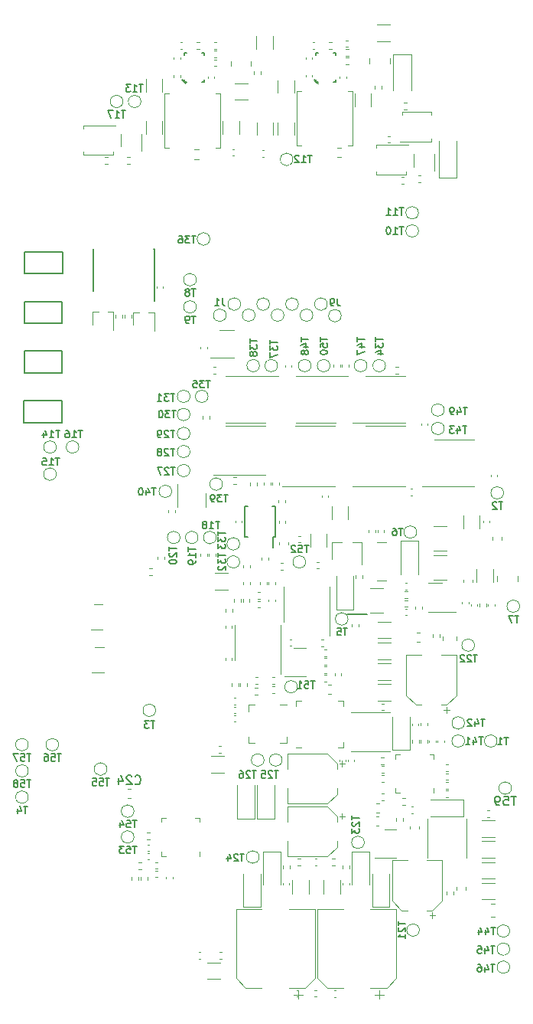
<source format=gbo>
%TF.GenerationSoftware,KiCad,Pcbnew,7.99.0-1.20230926git54171ec.fc37*%
%TF.CreationDate,2023-10-03T23:27:41+01:00*%
%TF.ProjectId,bugg-main-r5,62756767-2d6d-4616-996e-2d72352e6b69,rev?*%
%TF.SameCoordinates,Original*%
%TF.FileFunction,Legend,Bot*%
%TF.FilePolarity,Positive*%
%FSLAX46Y46*%
G04 Gerber Fmt 4.6, Leading zero omitted, Abs format (unit mm)*
G04 Created by KiCad (PCBNEW 7.99.0-1.20230926git54171ec.fc37) date 2023-10-03 23:27:41*
%MOMM*%
%LPD*%
G01*
G04 APERTURE LIST*
%ADD10C,0.150000*%
%ADD11C,0.120000*%
G04 APERTURE END LIST*
D10*
X11150000Y-4500000D02*
X8950000Y-4500000D01*
X15190476Y38337704D02*
X14733333Y38337704D01*
X14961905Y37537704D02*
X14961905Y38337704D01*
X14047619Y37537704D02*
X14504762Y37537704D01*
X14276190Y37537704D02*
X14276190Y38337704D01*
X14276190Y38337704D02*
X14352381Y38223419D01*
X14352381Y38223419D02*
X14428571Y38147228D01*
X14428571Y38147228D02*
X14504762Y38109133D01*
X13552380Y38337704D02*
X13476190Y38337704D01*
X13476190Y38337704D02*
X13399999Y38299609D01*
X13399999Y38299609D02*
X13361904Y38261514D01*
X13361904Y38261514D02*
X13323809Y38185323D01*
X13323809Y38185323D02*
X13285714Y38032942D01*
X13285714Y38032942D02*
X13285714Y37842466D01*
X13285714Y37842466D02*
X13323809Y37690085D01*
X13323809Y37690085D02*
X13361904Y37613895D01*
X13361904Y37613895D02*
X13399999Y37575800D01*
X13399999Y37575800D02*
X13476190Y37537704D01*
X13476190Y37537704D02*
X13552380Y37537704D01*
X13552380Y37537704D02*
X13628571Y37575800D01*
X13628571Y37575800D02*
X13666666Y37613895D01*
X13666666Y37613895D02*
X13704761Y37690085D01*
X13704761Y37690085D02*
X13742857Y37842466D01*
X13742857Y37842466D02*
X13742857Y38032942D01*
X13742857Y38032942D02*
X13704761Y38185323D01*
X13704761Y38185323D02*
X13666666Y38261514D01*
X13666666Y38261514D02*
X13628571Y38299609D01*
X13628571Y38299609D02*
X13552380Y38337704D01*
X-10159523Y15837704D02*
X-10616666Y15837704D01*
X-10388094Y15037704D02*
X-10388094Y15837704D01*
X-10845237Y15761514D02*
X-10883333Y15799609D01*
X-10883333Y15799609D02*
X-10959523Y15837704D01*
X-10959523Y15837704D02*
X-11149999Y15837704D01*
X-11149999Y15837704D02*
X-11226190Y15799609D01*
X-11226190Y15799609D02*
X-11264285Y15761514D01*
X-11264285Y15761514D02*
X-11302380Y15685323D01*
X-11302380Y15685323D02*
X-11302380Y15609133D01*
X-11302380Y15609133D02*
X-11264285Y15494847D01*
X-11264285Y15494847D02*
X-10807142Y15037704D01*
X-10807142Y15037704D02*
X-11302380Y15037704D01*
X-11683333Y15037704D02*
X-11835714Y15037704D01*
X-11835714Y15037704D02*
X-11911904Y15075800D01*
X-11911904Y15075800D02*
X-11950000Y15113895D01*
X-11950000Y15113895D02*
X-12026190Y15228180D01*
X-12026190Y15228180D02*
X-12064285Y15380561D01*
X-12064285Y15380561D02*
X-12064285Y15685323D01*
X-12064285Y15685323D02*
X-12026190Y15761514D01*
X-12026190Y15761514D02*
X-11988095Y15799609D01*
X-11988095Y15799609D02*
X-11911904Y15837704D01*
X-11911904Y15837704D02*
X-11759523Y15837704D01*
X-11759523Y15837704D02*
X-11683333Y15799609D01*
X-11683333Y15799609D02*
X-11645238Y15761514D01*
X-11645238Y15761514D02*
X-11607142Y15685323D01*
X-11607142Y15685323D02*
X-11607142Y15494847D01*
X-11607142Y15494847D02*
X-11645238Y15418657D01*
X-11645238Y15418657D02*
X-11683333Y15380561D01*
X-11683333Y15380561D02*
X-11759523Y15342466D01*
X-11759523Y15342466D02*
X-11911904Y15342466D01*
X-11911904Y15342466D02*
X-11988095Y15380561D01*
X-11988095Y15380561D02*
X-12026190Y15418657D01*
X-12026190Y15418657D02*
X-12064285Y15494847D01*
X-15584523Y51189704D02*
X-16041666Y51189704D01*
X-15813094Y50389704D02*
X-15813094Y51189704D01*
X-16727380Y50389704D02*
X-16270237Y50389704D01*
X-16498809Y50389704D02*
X-16498809Y51189704D01*
X-16498809Y51189704D02*
X-16422618Y51075419D01*
X-16422618Y51075419D02*
X-16346428Y50999228D01*
X-16346428Y50999228D02*
X-16270237Y50961133D01*
X-16994047Y51189704D02*
X-17527381Y51189704D01*
X-17527381Y51189704D02*
X-17184523Y50389704D01*
X-22909523Y12787704D02*
X-23366666Y12787704D01*
X-23138094Y11987704D02*
X-23138094Y12787704D01*
X-24052380Y11987704D02*
X-23595237Y11987704D01*
X-23823809Y11987704D02*
X-23823809Y12787704D01*
X-23823809Y12787704D02*
X-23747618Y12673419D01*
X-23747618Y12673419D02*
X-23671428Y12597228D01*
X-23671428Y12597228D02*
X-23595237Y12559133D01*
X-24776190Y12787704D02*
X-24395238Y12787704D01*
X-24395238Y12787704D02*
X-24357142Y12406752D01*
X-24357142Y12406752D02*
X-24395238Y12444847D01*
X-24395238Y12444847D02*
X-24471428Y12482942D01*
X-24471428Y12482942D02*
X-24661904Y12482942D01*
X-24661904Y12482942D02*
X-24738095Y12444847D01*
X-24738095Y12444847D02*
X-24776190Y12406752D01*
X-24776190Y12406752D02*
X-24814285Y12330561D01*
X-24814285Y12330561D02*
X-24814285Y12140085D01*
X-24814285Y12140085D02*
X-24776190Y12063895D01*
X-24776190Y12063895D02*
X-24738095Y12025800D01*
X-24738095Y12025800D02*
X-24661904Y11987704D01*
X-24661904Y11987704D02*
X-24471428Y11987704D01*
X-24471428Y11987704D02*
X-24395238Y12025800D01*
X-24395238Y12025800D02*
X-24357142Y12063895D01*
X-8637704Y2940476D02*
X-8637704Y2483333D01*
X-7837704Y2711905D02*
X-8637704Y2711905D01*
X-7837704Y1797619D02*
X-7837704Y2254762D01*
X-7837704Y2026190D02*
X-8637704Y2026190D01*
X-8637704Y2026190D02*
X-8523419Y2102381D01*
X-8523419Y2102381D02*
X-8447228Y2178571D01*
X-8447228Y2178571D02*
X-8409133Y2254762D01*
X-7837704Y1416666D02*
X-7837704Y1264285D01*
X-7837704Y1264285D02*
X-7875800Y1188095D01*
X-7875800Y1188095D02*
X-7913895Y1149999D01*
X-7913895Y1149999D02*
X-8028180Y1073809D01*
X-8028180Y1073809D02*
X-8180561Y1035714D01*
X-8180561Y1035714D02*
X-8485323Y1035714D01*
X-8485323Y1035714D02*
X-8561514Y1073809D01*
X-8561514Y1073809D02*
X-8599609Y1111904D01*
X-8599609Y1111904D02*
X-8637704Y1188095D01*
X-8637704Y1188095D02*
X-8637704Y1340476D01*
X-8637704Y1340476D02*
X-8599609Y1416666D01*
X-8599609Y1416666D02*
X-8561514Y1454761D01*
X-8561514Y1454761D02*
X-8485323Y1492857D01*
X-8485323Y1492857D02*
X-8294847Y1492857D01*
X-8294847Y1492857D02*
X-8218657Y1454761D01*
X-8218657Y1454761D02*
X-8180561Y1416666D01*
X-8180561Y1416666D02*
X-8142466Y1340476D01*
X-8142466Y1340476D02*
X-8142466Y1188095D01*
X-8142466Y1188095D02*
X-8180561Y1111904D01*
X-8180561Y1111904D02*
X-8218657Y1073809D01*
X-8218657Y1073809D02*
X-8294847Y1035714D01*
X5365476Y-11862295D02*
X4908333Y-11862295D01*
X5136905Y-12662295D02*
X5136905Y-11862295D01*
X4260714Y-11862295D02*
X4641666Y-11862295D01*
X4641666Y-11862295D02*
X4679762Y-12243247D01*
X4679762Y-12243247D02*
X4641666Y-12205152D01*
X4641666Y-12205152D02*
X4565476Y-12167057D01*
X4565476Y-12167057D02*
X4375000Y-12167057D01*
X4375000Y-12167057D02*
X4298809Y-12205152D01*
X4298809Y-12205152D02*
X4260714Y-12243247D01*
X4260714Y-12243247D02*
X4222619Y-12319438D01*
X4222619Y-12319438D02*
X4222619Y-12509914D01*
X4222619Y-12509914D02*
X4260714Y-12586104D01*
X4260714Y-12586104D02*
X4298809Y-12624200D01*
X4298809Y-12624200D02*
X4375000Y-12662295D01*
X4375000Y-12662295D02*
X4565476Y-12662295D01*
X4565476Y-12662295D02*
X4641666Y-12624200D01*
X4641666Y-12624200D02*
X4679762Y-12586104D01*
X3460714Y-12662295D02*
X3917857Y-12662295D01*
X3689285Y-12662295D02*
X3689285Y-11862295D01*
X3689285Y-11862295D02*
X3765476Y-11976580D01*
X3765476Y-11976580D02*
X3841666Y-12052771D01*
X3841666Y-12052771D02*
X3917857Y-12090866D01*
X-26059523Y-19910295D02*
X-26516666Y-19910295D01*
X-26288094Y-20710295D02*
X-26288094Y-19910295D01*
X-27164285Y-19910295D02*
X-26783333Y-19910295D01*
X-26783333Y-19910295D02*
X-26745237Y-20291247D01*
X-26745237Y-20291247D02*
X-26783333Y-20253152D01*
X-26783333Y-20253152D02*
X-26859523Y-20215057D01*
X-26859523Y-20215057D02*
X-27049999Y-20215057D01*
X-27049999Y-20215057D02*
X-27126190Y-20253152D01*
X-27126190Y-20253152D02*
X-27164285Y-20291247D01*
X-27164285Y-20291247D02*
X-27202380Y-20367438D01*
X-27202380Y-20367438D02*
X-27202380Y-20557914D01*
X-27202380Y-20557914D02*
X-27164285Y-20634104D01*
X-27164285Y-20634104D02*
X-27126190Y-20672200D01*
X-27126190Y-20672200D02*
X-27049999Y-20710295D01*
X-27049999Y-20710295D02*
X-26859523Y-20710295D01*
X-26859523Y-20710295D02*
X-26783333Y-20672200D01*
X-26783333Y-20672200D02*
X-26745237Y-20634104D01*
X-27469047Y-19910295D02*
X-28002381Y-19910295D01*
X-28002381Y-19910295D02*
X-27659523Y-20710295D01*
X8968922Y-6012295D02*
X8511779Y-6012295D01*
X8740351Y-6812295D02*
X8740351Y-6012295D01*
X7864160Y-6012295D02*
X8245112Y-6012295D01*
X8245112Y-6012295D02*
X8283208Y-6393247D01*
X8283208Y-6393247D02*
X8245112Y-6355152D01*
X8245112Y-6355152D02*
X8168922Y-6317057D01*
X8168922Y-6317057D02*
X7978446Y-6317057D01*
X7978446Y-6317057D02*
X7902255Y-6355152D01*
X7902255Y-6355152D02*
X7864160Y-6393247D01*
X7864160Y-6393247D02*
X7826065Y-6469438D01*
X7826065Y-6469438D02*
X7826065Y-6659914D01*
X7826065Y-6659914D02*
X7864160Y-6736104D01*
X7864160Y-6736104D02*
X7902255Y-6774200D01*
X7902255Y-6774200D02*
X7978446Y-6812295D01*
X7978446Y-6812295D02*
X8168922Y-6812295D01*
X8168922Y-6812295D02*
X8245112Y-6774200D01*
X8245112Y-6774200D02*
X8283208Y-6736104D01*
X-1837704Y25965476D02*
X-1837704Y25508333D01*
X-1037704Y25736905D02*
X-1837704Y25736905D01*
X-1837704Y25317857D02*
X-1837704Y24822619D01*
X-1837704Y24822619D02*
X-1532942Y25089285D01*
X-1532942Y25089285D02*
X-1532942Y24975000D01*
X-1532942Y24975000D02*
X-1494847Y24898809D01*
X-1494847Y24898809D02*
X-1456752Y24860714D01*
X-1456752Y24860714D02*
X-1380561Y24822619D01*
X-1380561Y24822619D02*
X-1190085Y24822619D01*
X-1190085Y24822619D02*
X-1113895Y24860714D01*
X-1113895Y24860714D02*
X-1075800Y24898809D01*
X-1075800Y24898809D02*
X-1037704Y24975000D01*
X-1037704Y24975000D02*
X-1037704Y25203571D01*
X-1037704Y25203571D02*
X-1075800Y25279762D01*
X-1075800Y25279762D02*
X-1113895Y25317857D01*
X-1494847Y24365476D02*
X-1532942Y24441666D01*
X-1532942Y24441666D02*
X-1571038Y24479761D01*
X-1571038Y24479761D02*
X-1647228Y24517857D01*
X-1647228Y24517857D02*
X-1685323Y24517857D01*
X-1685323Y24517857D02*
X-1761514Y24479761D01*
X-1761514Y24479761D02*
X-1799609Y24441666D01*
X-1799609Y24441666D02*
X-1837704Y24365476D01*
X-1837704Y24365476D02*
X-1837704Y24213095D01*
X-1837704Y24213095D02*
X-1799609Y24136904D01*
X-1799609Y24136904D02*
X-1761514Y24098809D01*
X-1761514Y24098809D02*
X-1685323Y24060714D01*
X-1685323Y24060714D02*
X-1647228Y24060714D01*
X-1647228Y24060714D02*
X-1571038Y24098809D01*
X-1571038Y24098809D02*
X-1532942Y24136904D01*
X-1532942Y24136904D02*
X-1494847Y24213095D01*
X-1494847Y24213095D02*
X-1494847Y24365476D01*
X-1494847Y24365476D02*
X-1456752Y24441666D01*
X-1456752Y24441666D02*
X-1418657Y24479761D01*
X-1418657Y24479761D02*
X-1342466Y24517857D01*
X-1342466Y24517857D02*
X-1190085Y24517857D01*
X-1190085Y24517857D02*
X-1113895Y24479761D01*
X-1113895Y24479761D02*
X-1075800Y24441666D01*
X-1075800Y24441666D02*
X-1037704Y24365476D01*
X-1037704Y24365476D02*
X-1037704Y24213095D01*
X-1037704Y24213095D02*
X-1075800Y24136904D01*
X-1075800Y24136904D02*
X-1113895Y24098809D01*
X-1113895Y24098809D02*
X-1190085Y24060714D01*
X-1190085Y24060714D02*
X-1342466Y24060714D01*
X-1342466Y24060714D02*
X-1418657Y24098809D01*
X-1418657Y24098809D02*
X-1456752Y24136904D01*
X-1456752Y24136904D02*
X-1494847Y24213095D01*
X-5159523Y5787704D02*
X-5616666Y5787704D01*
X-5388094Y4987704D02*
X-5388094Y5787704D01*
X-6302380Y4987704D02*
X-5845237Y4987704D01*
X-6073809Y4987704D02*
X-6073809Y5787704D01*
X-6073809Y5787704D02*
X-5997618Y5673419D01*
X-5997618Y5673419D02*
X-5921428Y5597228D01*
X-5921428Y5597228D02*
X-5845237Y5559133D01*
X-6759523Y5444847D02*
X-6683333Y5482942D01*
X-6683333Y5482942D02*
X-6645238Y5521038D01*
X-6645238Y5521038D02*
X-6607142Y5597228D01*
X-6607142Y5597228D02*
X-6607142Y5635323D01*
X-6607142Y5635323D02*
X-6645238Y5711514D01*
X-6645238Y5711514D02*
X-6683333Y5749609D01*
X-6683333Y5749609D02*
X-6759523Y5787704D01*
X-6759523Y5787704D02*
X-6911904Y5787704D01*
X-6911904Y5787704D02*
X-6988095Y5749609D01*
X-6988095Y5749609D02*
X-7026190Y5711514D01*
X-7026190Y5711514D02*
X-7064285Y5635323D01*
X-7064285Y5635323D02*
X-7064285Y5597228D01*
X-7064285Y5597228D02*
X-7026190Y5521038D01*
X-7026190Y5521038D02*
X-6988095Y5482942D01*
X-6988095Y5482942D02*
X-6911904Y5444847D01*
X-6911904Y5444847D02*
X-6759523Y5444847D01*
X-6759523Y5444847D02*
X-6683333Y5406752D01*
X-6683333Y5406752D02*
X-6645238Y5368657D01*
X-6645238Y5368657D02*
X-6607142Y5292466D01*
X-6607142Y5292466D02*
X-6607142Y5140085D01*
X-6607142Y5140085D02*
X-6645238Y5063895D01*
X-6645238Y5063895D02*
X-6683333Y5025800D01*
X-6683333Y5025800D02*
X-6759523Y4987704D01*
X-6759523Y4987704D02*
X-6911904Y4987704D01*
X-6911904Y4987704D02*
X-6988095Y5025800D01*
X-6988095Y5025800D02*
X-7026190Y5063895D01*
X-7026190Y5063895D02*
X-7064285Y5140085D01*
X-7064285Y5140085D02*
X-7064285Y5292466D01*
X-7064285Y5292466D02*
X-7026190Y5368657D01*
X-7026190Y5368657D02*
X-6988095Y5406752D01*
X-6988095Y5406752D02*
X-6911904Y5444847D01*
X3862295Y26140476D02*
X3862295Y25683333D01*
X4662295Y25911905D02*
X3862295Y25911905D01*
X4128961Y25073809D02*
X4662295Y25073809D01*
X3824200Y25264285D02*
X4395628Y25454762D01*
X4395628Y25454762D02*
X4395628Y24959523D01*
X4205152Y24540476D02*
X4167057Y24616666D01*
X4167057Y24616666D02*
X4128961Y24654761D01*
X4128961Y24654761D02*
X4052771Y24692857D01*
X4052771Y24692857D02*
X4014676Y24692857D01*
X4014676Y24692857D02*
X3938485Y24654761D01*
X3938485Y24654761D02*
X3900390Y24616666D01*
X3900390Y24616666D02*
X3862295Y24540476D01*
X3862295Y24540476D02*
X3862295Y24388095D01*
X3862295Y24388095D02*
X3900390Y24311904D01*
X3900390Y24311904D02*
X3938485Y24273809D01*
X3938485Y24273809D02*
X4014676Y24235714D01*
X4014676Y24235714D02*
X4052771Y24235714D01*
X4052771Y24235714D02*
X4128961Y24273809D01*
X4128961Y24273809D02*
X4167057Y24311904D01*
X4167057Y24311904D02*
X4205152Y24388095D01*
X4205152Y24388095D02*
X4205152Y24540476D01*
X4205152Y24540476D02*
X4243247Y24616666D01*
X4243247Y24616666D02*
X4281342Y24654761D01*
X4281342Y24654761D02*
X4357533Y24692857D01*
X4357533Y24692857D02*
X4509914Y24692857D01*
X4509914Y24692857D02*
X4586104Y24654761D01*
X4586104Y24654761D02*
X4624200Y24616666D01*
X4624200Y24616666D02*
X4662295Y24540476D01*
X4662295Y24540476D02*
X4662295Y24388095D01*
X4662295Y24388095D02*
X4624200Y24311904D01*
X4624200Y24311904D02*
X4586104Y24273809D01*
X4586104Y24273809D02*
X4509914Y24235714D01*
X4509914Y24235714D02*
X4357533Y24235714D01*
X4357533Y24235714D02*
X4281342Y24273809D01*
X4281342Y24273809D02*
X4243247Y24311904D01*
X4243247Y24311904D02*
X4205152Y24388095D01*
X12112295Y26140476D02*
X12112295Y25683333D01*
X12912295Y25911905D02*
X12112295Y25911905D01*
X12112295Y25492857D02*
X12112295Y24997619D01*
X12112295Y24997619D02*
X12417057Y25264285D01*
X12417057Y25264285D02*
X12417057Y25150000D01*
X12417057Y25150000D02*
X12455152Y25073809D01*
X12455152Y25073809D02*
X12493247Y25035714D01*
X12493247Y25035714D02*
X12569438Y24997619D01*
X12569438Y24997619D02*
X12759914Y24997619D01*
X12759914Y24997619D02*
X12836104Y25035714D01*
X12836104Y25035714D02*
X12874200Y25073809D01*
X12874200Y25073809D02*
X12912295Y25150000D01*
X12912295Y25150000D02*
X12912295Y25378571D01*
X12912295Y25378571D02*
X12874200Y25454762D01*
X12874200Y25454762D02*
X12836104Y25492857D01*
X12378961Y24311904D02*
X12912295Y24311904D01*
X12074200Y24502380D02*
X12645628Y24692857D01*
X12645628Y24692857D02*
X12645628Y24197618D01*
X-6209523Y21362704D02*
X-6666666Y21362704D01*
X-6438094Y20562704D02*
X-6438094Y21362704D01*
X-6857142Y21362704D02*
X-7352380Y21362704D01*
X-7352380Y21362704D02*
X-7085714Y21057942D01*
X-7085714Y21057942D02*
X-7199999Y21057942D01*
X-7199999Y21057942D02*
X-7276190Y21019847D01*
X-7276190Y21019847D02*
X-7314285Y20981752D01*
X-7314285Y20981752D02*
X-7352380Y20905561D01*
X-7352380Y20905561D02*
X-7352380Y20715085D01*
X-7352380Y20715085D02*
X-7314285Y20638895D01*
X-7314285Y20638895D02*
X-7276190Y20600800D01*
X-7276190Y20600800D02*
X-7199999Y20562704D01*
X-7199999Y20562704D02*
X-6971428Y20562704D01*
X-6971428Y20562704D02*
X-6895237Y20600800D01*
X-6895237Y20600800D02*
X-6857142Y20638895D01*
X-8076190Y21362704D02*
X-7695238Y21362704D01*
X-7695238Y21362704D02*
X-7657142Y20981752D01*
X-7657142Y20981752D02*
X-7695238Y21019847D01*
X-7695238Y21019847D02*
X-7771428Y21057942D01*
X-7771428Y21057942D02*
X-7961904Y21057942D01*
X-7961904Y21057942D02*
X-8038095Y21019847D01*
X-8038095Y21019847D02*
X-8076190Y20981752D01*
X-8076190Y20981752D02*
X-8114285Y20905561D01*
X-8114285Y20905561D02*
X-8114285Y20715085D01*
X-8114285Y20715085D02*
X-8076190Y20638895D01*
X-8076190Y20638895D02*
X-8038095Y20600800D01*
X-8038095Y20600800D02*
X-7961904Y20562704D01*
X-7961904Y20562704D02*
X-7771428Y20562704D01*
X-7771428Y20562704D02*
X-7695238Y20600800D01*
X-7695238Y20600800D02*
X-7657142Y20638895D01*
X412295Y25840476D02*
X412295Y25383333D01*
X1212295Y25611905D02*
X412295Y25611905D01*
X412295Y25192857D02*
X412295Y24697619D01*
X412295Y24697619D02*
X717057Y24964285D01*
X717057Y24964285D02*
X717057Y24850000D01*
X717057Y24850000D02*
X755152Y24773809D01*
X755152Y24773809D02*
X793247Y24735714D01*
X793247Y24735714D02*
X869438Y24697619D01*
X869438Y24697619D02*
X1059914Y24697619D01*
X1059914Y24697619D02*
X1136104Y24735714D01*
X1136104Y24735714D02*
X1174200Y24773809D01*
X1174200Y24773809D02*
X1212295Y24850000D01*
X1212295Y24850000D02*
X1212295Y25078571D01*
X1212295Y25078571D02*
X1174200Y25154762D01*
X1174200Y25154762D02*
X1136104Y25192857D01*
X412295Y24430952D02*
X412295Y23897618D01*
X412295Y23897618D02*
X1212295Y24240476D01*
X1340476Y-21787295D02*
X883333Y-21787295D01*
X1111905Y-22587295D02*
X1111905Y-21787295D01*
X654762Y-21863485D02*
X616666Y-21825390D01*
X616666Y-21825390D02*
X540476Y-21787295D01*
X540476Y-21787295D02*
X350000Y-21787295D01*
X350000Y-21787295D02*
X273809Y-21825390D01*
X273809Y-21825390D02*
X235714Y-21863485D01*
X235714Y-21863485D02*
X197619Y-21939676D01*
X197619Y-21939676D02*
X197619Y-22015866D01*
X197619Y-22015866D02*
X235714Y-22130152D01*
X235714Y-22130152D02*
X692857Y-22587295D01*
X692857Y-22587295D02*
X197619Y-22587295D01*
X-526190Y-21787295D02*
X-145238Y-21787295D01*
X-145238Y-21787295D02*
X-107142Y-22168247D01*
X-107142Y-22168247D02*
X-145238Y-22130152D01*
X-145238Y-22130152D02*
X-221428Y-22092057D01*
X-221428Y-22092057D02*
X-411904Y-22092057D01*
X-411904Y-22092057D02*
X-488095Y-22130152D01*
X-488095Y-22130152D02*
X-526190Y-22168247D01*
X-526190Y-22168247D02*
X-564285Y-22244438D01*
X-564285Y-22244438D02*
X-564285Y-22434914D01*
X-564285Y-22434914D02*
X-526190Y-22511104D01*
X-526190Y-22511104D02*
X-488095Y-22549200D01*
X-488095Y-22549200D02*
X-411904Y-22587295D01*
X-411904Y-22587295D02*
X-221428Y-22587295D01*
X-221428Y-22587295D02*
X-145238Y-22549200D01*
X-145238Y-22549200D02*
X-107142Y-22511104D01*
X25290476Y-43212295D02*
X24833333Y-43212295D01*
X25061905Y-44012295D02*
X25061905Y-43212295D01*
X24223809Y-43478961D02*
X24223809Y-44012295D01*
X24414285Y-43174200D02*
X24604762Y-43745628D01*
X24604762Y-43745628D02*
X24109523Y-43745628D01*
X23461904Y-43212295D02*
X23614285Y-43212295D01*
X23614285Y-43212295D02*
X23690476Y-43250390D01*
X23690476Y-43250390D02*
X23728571Y-43288485D01*
X23728571Y-43288485D02*
X23804761Y-43402771D01*
X23804761Y-43402771D02*
X23842857Y-43555152D01*
X23842857Y-43555152D02*
X23842857Y-43859914D01*
X23842857Y-43859914D02*
X23804761Y-43936104D01*
X23804761Y-43936104D02*
X23766666Y-43974200D01*
X23766666Y-43974200D02*
X23690476Y-44012295D01*
X23690476Y-44012295D02*
X23538095Y-44012295D01*
X23538095Y-44012295D02*
X23461904Y-43974200D01*
X23461904Y-43974200D02*
X23423809Y-43936104D01*
X23423809Y-43936104D02*
X23385714Y-43859914D01*
X23385714Y-43859914D02*
X23385714Y-43669438D01*
X23385714Y-43669438D02*
X23423809Y-43593247D01*
X23423809Y-43593247D02*
X23461904Y-43555152D01*
X23461904Y-43555152D02*
X23538095Y-43517057D01*
X23538095Y-43517057D02*
X23690476Y-43517057D01*
X23690476Y-43517057D02*
X23766666Y-43555152D01*
X23766666Y-43555152D02*
X23804761Y-43593247D01*
X23804761Y-43593247D02*
X23842857Y-43669438D01*
X27959523Y-4612295D02*
X27502380Y-4612295D01*
X27730952Y-5412295D02*
X27730952Y-4612295D01*
X27311904Y-4612295D02*
X26778570Y-4612295D01*
X26778570Y-4612295D02*
X27121428Y-5412295D01*
X15109523Y5014704D02*
X14652380Y5014704D01*
X14880952Y4214704D02*
X14880952Y5014704D01*
X14042856Y5014704D02*
X14195237Y5014704D01*
X14195237Y5014704D02*
X14271428Y4976609D01*
X14271428Y4976609D02*
X14309523Y4938514D01*
X14309523Y4938514D02*
X14385713Y4824228D01*
X14385713Y4824228D02*
X14423809Y4671847D01*
X14423809Y4671847D02*
X14423809Y4367085D01*
X14423809Y4367085D02*
X14385713Y4290895D01*
X14385713Y4290895D02*
X14347618Y4252800D01*
X14347618Y4252800D02*
X14271428Y4214704D01*
X14271428Y4214704D02*
X14119047Y4214704D01*
X14119047Y4214704D02*
X14042856Y4252800D01*
X14042856Y4252800D02*
X14004761Y4290895D01*
X14004761Y4290895D02*
X13966666Y4367085D01*
X13966666Y4367085D02*
X13966666Y4557561D01*
X13966666Y4557561D02*
X14004761Y4633752D01*
X14004761Y4633752D02*
X14042856Y4671847D01*
X14042856Y4671847D02*
X14119047Y4709942D01*
X14119047Y4709942D02*
X14271428Y4709942D01*
X14271428Y4709942D02*
X14347618Y4671847D01*
X14347618Y4671847D02*
X14385713Y4633752D01*
X14385713Y4633752D02*
X14423809Y4557561D01*
X-17359523Y-22610295D02*
X-17816666Y-22610295D01*
X-17588094Y-23410295D02*
X-17588094Y-22610295D01*
X-18464285Y-22610295D02*
X-18083333Y-22610295D01*
X-18083333Y-22610295D02*
X-18045237Y-22991247D01*
X-18045237Y-22991247D02*
X-18083333Y-22953152D01*
X-18083333Y-22953152D02*
X-18159523Y-22915057D01*
X-18159523Y-22915057D02*
X-18349999Y-22915057D01*
X-18349999Y-22915057D02*
X-18426190Y-22953152D01*
X-18426190Y-22953152D02*
X-18464285Y-22991247D01*
X-18464285Y-22991247D02*
X-18502380Y-23067438D01*
X-18502380Y-23067438D02*
X-18502380Y-23257914D01*
X-18502380Y-23257914D02*
X-18464285Y-23334104D01*
X-18464285Y-23334104D02*
X-18426190Y-23372200D01*
X-18426190Y-23372200D02*
X-18349999Y-23410295D01*
X-18349999Y-23410295D02*
X-18159523Y-23410295D01*
X-18159523Y-23410295D02*
X-18083333Y-23372200D01*
X-18083333Y-23372200D02*
X-18045237Y-23334104D01*
X-19226190Y-22610295D02*
X-18845238Y-22610295D01*
X-18845238Y-22610295D02*
X-18807142Y-22991247D01*
X-18807142Y-22991247D02*
X-18845238Y-22953152D01*
X-18845238Y-22953152D02*
X-18921428Y-22915057D01*
X-18921428Y-22915057D02*
X-19111904Y-22915057D01*
X-19111904Y-22915057D02*
X-19188095Y-22953152D01*
X-19188095Y-22953152D02*
X-19226190Y-22991247D01*
X-19226190Y-22991247D02*
X-19264285Y-23067438D01*
X-19264285Y-23067438D02*
X-19264285Y-23257914D01*
X-19264285Y-23257914D02*
X-19226190Y-23334104D01*
X-19226190Y-23334104D02*
X-19188095Y-23372200D01*
X-19188095Y-23372200D02*
X-19111904Y-23410295D01*
X-19111904Y-23410295D02*
X-18921428Y-23410295D01*
X-18921428Y-23410295D02*
X-18845238Y-23372200D01*
X-18845238Y-23372200D02*
X-18807142Y-23334104D01*
X10062295Y26140476D02*
X10062295Y25683333D01*
X10862295Y25911905D02*
X10062295Y25911905D01*
X10328961Y25073809D02*
X10862295Y25073809D01*
X10024200Y25264285D02*
X10595628Y25454762D01*
X10595628Y25454762D02*
X10595628Y24959523D01*
X10062295Y24730952D02*
X10062295Y24197618D01*
X10062295Y24197618D02*
X10862295Y24540476D01*
X-10159523Y13837704D02*
X-10616666Y13837704D01*
X-10388094Y13037704D02*
X-10388094Y13837704D01*
X-10845237Y13761514D02*
X-10883333Y13799609D01*
X-10883333Y13799609D02*
X-10959523Y13837704D01*
X-10959523Y13837704D02*
X-11149999Y13837704D01*
X-11149999Y13837704D02*
X-11226190Y13799609D01*
X-11226190Y13799609D02*
X-11264285Y13761514D01*
X-11264285Y13761514D02*
X-11302380Y13685323D01*
X-11302380Y13685323D02*
X-11302380Y13609133D01*
X-11302380Y13609133D02*
X-11264285Y13494847D01*
X-11264285Y13494847D02*
X-10807142Y13037704D01*
X-10807142Y13037704D02*
X-11302380Y13037704D01*
X-11759523Y13494847D02*
X-11683333Y13532942D01*
X-11683333Y13532942D02*
X-11645238Y13571038D01*
X-11645238Y13571038D02*
X-11607142Y13647228D01*
X-11607142Y13647228D02*
X-11607142Y13685323D01*
X-11607142Y13685323D02*
X-11645238Y13761514D01*
X-11645238Y13761514D02*
X-11683333Y13799609D01*
X-11683333Y13799609D02*
X-11759523Y13837704D01*
X-11759523Y13837704D02*
X-11911904Y13837704D01*
X-11911904Y13837704D02*
X-11988095Y13799609D01*
X-11988095Y13799609D02*
X-12026190Y13761514D01*
X-12026190Y13761514D02*
X-12064285Y13685323D01*
X-12064285Y13685323D02*
X-12064285Y13647228D01*
X-12064285Y13647228D02*
X-12026190Y13571038D01*
X-12026190Y13571038D02*
X-11988095Y13532942D01*
X-11988095Y13532942D02*
X-11911904Y13494847D01*
X-11911904Y13494847D02*
X-11759523Y13494847D01*
X-11759523Y13494847D02*
X-11683333Y13456752D01*
X-11683333Y13456752D02*
X-11645238Y13418657D01*
X-11645238Y13418657D02*
X-11607142Y13342466D01*
X-11607142Y13342466D02*
X-11607142Y13190085D01*
X-11607142Y13190085D02*
X-11645238Y13113895D01*
X-11645238Y13113895D02*
X-11683333Y13075800D01*
X-11683333Y13075800D02*
X-11759523Y13037704D01*
X-11759523Y13037704D02*
X-11911904Y13037704D01*
X-11911904Y13037704D02*
X-11988095Y13075800D01*
X-11988095Y13075800D02*
X-12026190Y13113895D01*
X-12026190Y13113895D02*
X-12064285Y13190085D01*
X-12064285Y13190085D02*
X-12064285Y13342466D01*
X-12064285Y13342466D02*
X-12026190Y13418657D01*
X-12026190Y13418657D02*
X-11988095Y13456752D01*
X-11988095Y13456752D02*
X-11911904Y13494847D01*
X-1109523Y-21787295D02*
X-1566666Y-21787295D01*
X-1338094Y-22587295D02*
X-1338094Y-21787295D01*
X-1795237Y-21863485D02*
X-1833333Y-21825390D01*
X-1833333Y-21825390D02*
X-1909523Y-21787295D01*
X-1909523Y-21787295D02*
X-2099999Y-21787295D01*
X-2099999Y-21787295D02*
X-2176190Y-21825390D01*
X-2176190Y-21825390D02*
X-2214285Y-21863485D01*
X-2214285Y-21863485D02*
X-2252380Y-21939676D01*
X-2252380Y-21939676D02*
X-2252380Y-22015866D01*
X-2252380Y-22015866D02*
X-2214285Y-22130152D01*
X-2214285Y-22130152D02*
X-1757142Y-22587295D01*
X-1757142Y-22587295D02*
X-2252380Y-22587295D01*
X-2938095Y-21787295D02*
X-2785714Y-21787295D01*
X-2785714Y-21787295D02*
X-2709523Y-21825390D01*
X-2709523Y-21825390D02*
X-2671428Y-21863485D01*
X-2671428Y-21863485D02*
X-2595238Y-21977771D01*
X-2595238Y-21977771D02*
X-2557142Y-22130152D01*
X-2557142Y-22130152D02*
X-2557142Y-22434914D01*
X-2557142Y-22434914D02*
X-2595238Y-22511104D01*
X-2595238Y-22511104D02*
X-2633333Y-22549200D01*
X-2633333Y-22549200D02*
X-2709523Y-22587295D01*
X-2709523Y-22587295D02*
X-2861904Y-22587295D01*
X-2861904Y-22587295D02*
X-2938095Y-22549200D01*
X-2938095Y-22549200D02*
X-2976190Y-22511104D01*
X-2976190Y-22511104D02*
X-3014285Y-22434914D01*
X-3014285Y-22434914D02*
X-3014285Y-22244438D01*
X-3014285Y-22244438D02*
X-2976190Y-22168247D01*
X-2976190Y-22168247D02*
X-2938095Y-22130152D01*
X-2938095Y-22130152D02*
X-2861904Y-22092057D01*
X-2861904Y-22092057D02*
X-2709523Y-22092057D01*
X-2709523Y-22092057D02*
X-2633333Y-22130152D01*
X-2633333Y-22130152D02*
X-2595238Y-22168247D01*
X-2595238Y-22168247D02*
X-2557142Y-22244438D01*
X26179523Y7924704D02*
X25722380Y7924704D01*
X25950952Y7124704D02*
X25950952Y7924704D01*
X25493809Y7848514D02*
X25455713Y7886609D01*
X25455713Y7886609D02*
X25379523Y7924704D01*
X25379523Y7924704D02*
X25189047Y7924704D01*
X25189047Y7924704D02*
X25112856Y7886609D01*
X25112856Y7886609D02*
X25074761Y7848514D01*
X25074761Y7848514D02*
X25036666Y7772323D01*
X25036666Y7772323D02*
X25036666Y7696133D01*
X25036666Y7696133D02*
X25074761Y7581847D01*
X25074761Y7581847D02*
X25531904Y7124704D01*
X25531904Y7124704D02*
X25036666Y7124704D01*
X-4259523Y8737704D02*
X-4716666Y8737704D01*
X-4488094Y7937704D02*
X-4488094Y8737704D01*
X-4907142Y8737704D02*
X-5402380Y8737704D01*
X-5402380Y8737704D02*
X-5135714Y8432942D01*
X-5135714Y8432942D02*
X-5249999Y8432942D01*
X-5249999Y8432942D02*
X-5326190Y8394847D01*
X-5326190Y8394847D02*
X-5364285Y8356752D01*
X-5364285Y8356752D02*
X-5402380Y8280561D01*
X-5402380Y8280561D02*
X-5402380Y8090085D01*
X-5402380Y8090085D02*
X-5364285Y8013895D01*
X-5364285Y8013895D02*
X-5326190Y7975800D01*
X-5326190Y7975800D02*
X-5249999Y7937704D01*
X-5249999Y7937704D02*
X-5021428Y7937704D01*
X-5021428Y7937704D02*
X-4945237Y7975800D01*
X-4945237Y7975800D02*
X-4907142Y8013895D01*
X-5783333Y7937704D02*
X-5935714Y7937704D01*
X-5935714Y7937704D02*
X-6011904Y7975800D01*
X-6011904Y7975800D02*
X-6050000Y8013895D01*
X-6050000Y8013895D02*
X-6126190Y8128180D01*
X-6126190Y8128180D02*
X-6164285Y8280561D01*
X-6164285Y8280561D02*
X-6164285Y8585323D01*
X-6164285Y8585323D02*
X-6126190Y8661514D01*
X-6126190Y8661514D02*
X-6088095Y8699609D01*
X-6088095Y8699609D02*
X-6011904Y8737704D01*
X-6011904Y8737704D02*
X-5859523Y8737704D01*
X-5859523Y8737704D02*
X-5783333Y8699609D01*
X-5783333Y8699609D02*
X-5745238Y8661514D01*
X-5745238Y8661514D02*
X-5707142Y8585323D01*
X-5707142Y8585323D02*
X-5707142Y8394847D01*
X-5707142Y8394847D02*
X-5745238Y8318657D01*
X-5745238Y8318657D02*
X-5783333Y8280561D01*
X-5783333Y8280561D02*
X-5859523Y8242466D01*
X-5859523Y8242466D02*
X-6011904Y8242466D01*
X-6011904Y8242466D02*
X-6088095Y8280561D01*
X-6088095Y8280561D02*
X-6126190Y8318657D01*
X-6126190Y8318657D02*
X-6164285Y8394847D01*
X-10737704Y2990476D02*
X-10737704Y2533333D01*
X-9937704Y2761905D02*
X-10737704Y2761905D01*
X-10661514Y2304762D02*
X-10699609Y2266666D01*
X-10699609Y2266666D02*
X-10737704Y2190476D01*
X-10737704Y2190476D02*
X-10737704Y2000000D01*
X-10737704Y2000000D02*
X-10699609Y1923809D01*
X-10699609Y1923809D02*
X-10661514Y1885714D01*
X-10661514Y1885714D02*
X-10585323Y1847619D01*
X-10585323Y1847619D02*
X-10509133Y1847619D01*
X-10509133Y1847619D02*
X-10394847Y1885714D01*
X-10394847Y1885714D02*
X-9937704Y2342857D01*
X-9937704Y2342857D02*
X-9937704Y1847619D01*
X-10737704Y1352380D02*
X-10737704Y1276190D01*
X-10737704Y1276190D02*
X-10699609Y1199999D01*
X-10699609Y1199999D02*
X-10661514Y1161904D01*
X-10661514Y1161904D02*
X-10585323Y1123809D01*
X-10585323Y1123809D02*
X-10432942Y1085714D01*
X-10432942Y1085714D02*
X-10242466Y1085714D01*
X-10242466Y1085714D02*
X-10090085Y1123809D01*
X-10090085Y1123809D02*
X-10013895Y1161904D01*
X-10013895Y1161904D02*
X-9975800Y1199999D01*
X-9975800Y1199999D02*
X-9937704Y1276190D01*
X-9937704Y1276190D02*
X-9937704Y1352380D01*
X-9937704Y1352380D02*
X-9975800Y1428571D01*
X-9975800Y1428571D02*
X-10013895Y1466666D01*
X-10013895Y1466666D02*
X-10090085Y1504761D01*
X-10090085Y1504761D02*
X-10242466Y1542857D01*
X-10242466Y1542857D02*
X-10432942Y1542857D01*
X-10432942Y1542857D02*
X-10585323Y1504761D01*
X-10585323Y1504761D02*
X-10661514Y1466666D01*
X-10661514Y1466666D02*
X-10699609Y1428571D01*
X-10699609Y1428571D02*
X-10737704Y1352380D01*
X-7809523Y37337704D02*
X-8266666Y37337704D01*
X-8038094Y36537704D02*
X-8038094Y37337704D01*
X-8457142Y37337704D02*
X-8952380Y37337704D01*
X-8952380Y37337704D02*
X-8685714Y37032942D01*
X-8685714Y37032942D02*
X-8799999Y37032942D01*
X-8799999Y37032942D02*
X-8876190Y36994847D01*
X-8876190Y36994847D02*
X-8914285Y36956752D01*
X-8914285Y36956752D02*
X-8952380Y36880561D01*
X-8952380Y36880561D02*
X-8952380Y36690085D01*
X-8952380Y36690085D02*
X-8914285Y36613895D01*
X-8914285Y36613895D02*
X-8876190Y36575800D01*
X-8876190Y36575800D02*
X-8799999Y36537704D01*
X-8799999Y36537704D02*
X-8571428Y36537704D01*
X-8571428Y36537704D02*
X-8495237Y36575800D01*
X-8495237Y36575800D02*
X-8457142Y36613895D01*
X-9638095Y37337704D02*
X-9485714Y37337704D01*
X-9485714Y37337704D02*
X-9409523Y37299609D01*
X-9409523Y37299609D02*
X-9371428Y37261514D01*
X-9371428Y37261514D02*
X-9295238Y37147228D01*
X-9295238Y37147228D02*
X-9257142Y36994847D01*
X-9257142Y36994847D02*
X-9257142Y36690085D01*
X-9257142Y36690085D02*
X-9295238Y36613895D01*
X-9295238Y36613895D02*
X-9333333Y36575800D01*
X-9333333Y36575800D02*
X-9409523Y36537704D01*
X-9409523Y36537704D02*
X-9561904Y36537704D01*
X-9561904Y36537704D02*
X-9638095Y36575800D01*
X-9638095Y36575800D02*
X-9676190Y36613895D01*
X-9676190Y36613895D02*
X-9714285Y36690085D01*
X-9714285Y36690085D02*
X-9714285Y36880561D01*
X-9714285Y36880561D02*
X-9676190Y36956752D01*
X-9676190Y36956752D02*
X-9638095Y36994847D01*
X-9638095Y36994847D02*
X-9561904Y37032942D01*
X-9561904Y37032942D02*
X-9409523Y37032942D01*
X-9409523Y37032942D02*
X-9333333Y36994847D01*
X-9333333Y36994847D02*
X-9295238Y36956752D01*
X-9295238Y36956752D02*
X-9257142Y36880561D01*
X-13634523Y54087704D02*
X-14091666Y54087704D01*
X-13863094Y53287704D02*
X-13863094Y54087704D01*
X-14777380Y53287704D02*
X-14320237Y53287704D01*
X-14548809Y53287704D02*
X-14548809Y54087704D01*
X-14548809Y54087704D02*
X-14472618Y53973419D01*
X-14472618Y53973419D02*
X-14396428Y53897228D01*
X-14396428Y53897228D02*
X-14320237Y53859133D01*
X-15044047Y54087704D02*
X-15539285Y54087704D01*
X-15539285Y54087704D02*
X-15272619Y53782942D01*
X-15272619Y53782942D02*
X-15386904Y53782942D01*
X-15386904Y53782942D02*
X-15463095Y53744847D01*
X-15463095Y53744847D02*
X-15501190Y53706752D01*
X-15501190Y53706752D02*
X-15539285Y53630561D01*
X-15539285Y53630561D02*
X-15539285Y53440085D01*
X-15539285Y53440085D02*
X-15501190Y53363895D01*
X-15501190Y53363895D02*
X-15463095Y53325800D01*
X-15463095Y53325800D02*
X-15386904Y53287704D01*
X-15386904Y53287704D02*
X-15158333Y53287704D01*
X-15158333Y53287704D02*
X-15082142Y53325800D01*
X-15082142Y53325800D02*
X-15044047Y53363895D01*
X4680827Y3137704D02*
X4223684Y3137704D01*
X4452256Y2337704D02*
X4452256Y3137704D01*
X3576065Y3137704D02*
X3957017Y3137704D01*
X3957017Y3137704D02*
X3995113Y2756752D01*
X3995113Y2756752D02*
X3957017Y2794847D01*
X3957017Y2794847D02*
X3880827Y2832942D01*
X3880827Y2832942D02*
X3690351Y2832942D01*
X3690351Y2832942D02*
X3614160Y2794847D01*
X3614160Y2794847D02*
X3576065Y2756752D01*
X3576065Y2756752D02*
X3537970Y2680561D01*
X3537970Y2680561D02*
X3537970Y2490085D01*
X3537970Y2490085D02*
X3576065Y2413895D01*
X3576065Y2413895D02*
X3614160Y2375800D01*
X3614160Y2375800D02*
X3690351Y2337704D01*
X3690351Y2337704D02*
X3880827Y2337704D01*
X3880827Y2337704D02*
X3957017Y2375800D01*
X3957017Y2375800D02*
X3995113Y2413895D01*
X3233208Y3061514D02*
X3195112Y3099609D01*
X3195112Y3099609D02*
X3118922Y3137704D01*
X3118922Y3137704D02*
X2928446Y3137704D01*
X2928446Y3137704D02*
X2852255Y3099609D01*
X2852255Y3099609D02*
X2814160Y3061514D01*
X2814160Y3061514D02*
X2776065Y2985323D01*
X2776065Y2985323D02*
X2776065Y2909133D01*
X2776065Y2909133D02*
X2814160Y2794847D01*
X2814160Y2794847D02*
X3271303Y2337704D01*
X3271303Y2337704D02*
X2776065Y2337704D01*
X-14359523Y-30110295D02*
X-14816666Y-30110295D01*
X-14588094Y-30910295D02*
X-14588094Y-30110295D01*
X-15464285Y-30110295D02*
X-15083333Y-30110295D01*
X-15083333Y-30110295D02*
X-15045237Y-30491247D01*
X-15045237Y-30491247D02*
X-15083333Y-30453152D01*
X-15083333Y-30453152D02*
X-15159523Y-30415057D01*
X-15159523Y-30415057D02*
X-15349999Y-30415057D01*
X-15349999Y-30415057D02*
X-15426190Y-30453152D01*
X-15426190Y-30453152D02*
X-15464285Y-30491247D01*
X-15464285Y-30491247D02*
X-15502380Y-30567438D01*
X-15502380Y-30567438D02*
X-15502380Y-30757914D01*
X-15502380Y-30757914D02*
X-15464285Y-30834104D01*
X-15464285Y-30834104D02*
X-15426190Y-30872200D01*
X-15426190Y-30872200D02*
X-15349999Y-30910295D01*
X-15349999Y-30910295D02*
X-15159523Y-30910295D01*
X-15159523Y-30910295D02*
X-15083333Y-30872200D01*
X-15083333Y-30872200D02*
X-15045237Y-30834104D01*
X-15769047Y-30110295D02*
X-16264285Y-30110295D01*
X-16264285Y-30110295D02*
X-15997619Y-30415057D01*
X-15997619Y-30415057D02*
X-16111904Y-30415057D01*
X-16111904Y-30415057D02*
X-16188095Y-30453152D01*
X-16188095Y-30453152D02*
X-16226190Y-30491247D01*
X-16226190Y-30491247D02*
X-16264285Y-30567438D01*
X-16264285Y-30567438D02*
X-16264285Y-30757914D01*
X-16264285Y-30757914D02*
X-16226190Y-30834104D01*
X-16226190Y-30834104D02*
X-16188095Y-30872200D01*
X-16188095Y-30872200D02*
X-16111904Y-30910295D01*
X-16111904Y-30910295D02*
X-15883333Y-30910295D01*
X-15883333Y-30910295D02*
X-15807142Y-30872200D01*
X-15807142Y-30872200D02*
X-15769047Y-30834104D01*
X5040476Y46262704D02*
X4583333Y46262704D01*
X4811905Y45462704D02*
X4811905Y46262704D01*
X3897619Y45462704D02*
X4354762Y45462704D01*
X4126190Y45462704D02*
X4126190Y46262704D01*
X4126190Y46262704D02*
X4202381Y46148419D01*
X4202381Y46148419D02*
X4278571Y46072228D01*
X4278571Y46072228D02*
X4354762Y46034133D01*
X3592857Y46186514D02*
X3554761Y46224609D01*
X3554761Y46224609D02*
X3478571Y46262704D01*
X3478571Y46262704D02*
X3288095Y46262704D01*
X3288095Y46262704D02*
X3211904Y46224609D01*
X3211904Y46224609D02*
X3173809Y46186514D01*
X3173809Y46186514D02*
X3135714Y46110323D01*
X3135714Y46110323D02*
X3135714Y46034133D01*
X3135714Y46034133D02*
X3173809Y45919847D01*
X3173809Y45919847D02*
X3630952Y45462704D01*
X3630952Y45462704D02*
X3135714Y45462704D01*
X-26059523Y-22810295D02*
X-26516666Y-22810295D01*
X-26288094Y-23610295D02*
X-26288094Y-22810295D01*
X-27164285Y-22810295D02*
X-26783333Y-22810295D01*
X-26783333Y-22810295D02*
X-26745237Y-23191247D01*
X-26745237Y-23191247D02*
X-26783333Y-23153152D01*
X-26783333Y-23153152D02*
X-26859523Y-23115057D01*
X-26859523Y-23115057D02*
X-27049999Y-23115057D01*
X-27049999Y-23115057D02*
X-27126190Y-23153152D01*
X-27126190Y-23153152D02*
X-27164285Y-23191247D01*
X-27164285Y-23191247D02*
X-27202380Y-23267438D01*
X-27202380Y-23267438D02*
X-27202380Y-23457914D01*
X-27202380Y-23457914D02*
X-27164285Y-23534104D01*
X-27164285Y-23534104D02*
X-27126190Y-23572200D01*
X-27126190Y-23572200D02*
X-27049999Y-23610295D01*
X-27049999Y-23610295D02*
X-26859523Y-23610295D01*
X-26859523Y-23610295D02*
X-26783333Y-23572200D01*
X-26783333Y-23572200D02*
X-26745237Y-23534104D01*
X-27659523Y-23153152D02*
X-27583333Y-23115057D01*
X-27583333Y-23115057D02*
X-27545238Y-23076961D01*
X-27545238Y-23076961D02*
X-27507142Y-23000771D01*
X-27507142Y-23000771D02*
X-27507142Y-22962676D01*
X-27507142Y-22962676D02*
X-27545238Y-22886485D01*
X-27545238Y-22886485D02*
X-27583333Y-22848390D01*
X-27583333Y-22848390D02*
X-27659523Y-22810295D01*
X-27659523Y-22810295D02*
X-27811904Y-22810295D01*
X-27811904Y-22810295D02*
X-27888095Y-22848390D01*
X-27888095Y-22848390D02*
X-27926190Y-22886485D01*
X-27926190Y-22886485D02*
X-27964285Y-22962676D01*
X-27964285Y-22962676D02*
X-27964285Y-23000771D01*
X-27964285Y-23000771D02*
X-27926190Y-23076961D01*
X-27926190Y-23076961D02*
X-27888095Y-23115057D01*
X-27888095Y-23115057D02*
X-27811904Y-23153152D01*
X-27811904Y-23153152D02*
X-27659523Y-23153152D01*
X-27659523Y-23153152D02*
X-27583333Y-23191247D01*
X-27583333Y-23191247D02*
X-27545238Y-23229342D01*
X-27545238Y-23229342D02*
X-27507142Y-23305533D01*
X-27507142Y-23305533D02*
X-27507142Y-23457914D01*
X-27507142Y-23457914D02*
X-27545238Y-23534104D01*
X-27545238Y-23534104D02*
X-27583333Y-23572200D01*
X-27583333Y-23572200D02*
X-27659523Y-23610295D01*
X-27659523Y-23610295D02*
X-27811904Y-23610295D01*
X-27811904Y-23610295D02*
X-27888095Y-23572200D01*
X-27888095Y-23572200D02*
X-27926190Y-23534104D01*
X-27926190Y-23534104D02*
X-27964285Y-23457914D01*
X-27964285Y-23457914D02*
X-27964285Y-23305533D01*
X-27964285Y-23305533D02*
X-27926190Y-23229342D01*
X-27926190Y-23229342D02*
X-27888095Y-23191247D01*
X-27888095Y-23191247D02*
X-27811904Y-23153152D01*
X22240476Y18387704D02*
X21783333Y18387704D01*
X22011905Y17587704D02*
X22011905Y18387704D01*
X21173809Y18121038D02*
X21173809Y17587704D01*
X21364285Y18425800D02*
X21554762Y17854371D01*
X21554762Y17854371D02*
X21059523Y17854371D01*
X20716666Y17587704D02*
X20564285Y17587704D01*
X20564285Y17587704D02*
X20488095Y17625800D01*
X20488095Y17625800D02*
X20449999Y17663895D01*
X20449999Y17663895D02*
X20373809Y17778180D01*
X20373809Y17778180D02*
X20335714Y17930561D01*
X20335714Y17930561D02*
X20335714Y18235323D01*
X20335714Y18235323D02*
X20373809Y18311514D01*
X20373809Y18311514D02*
X20411904Y18349609D01*
X20411904Y18349609D02*
X20488095Y18387704D01*
X20488095Y18387704D02*
X20640476Y18387704D01*
X20640476Y18387704D02*
X20716666Y18349609D01*
X20716666Y18349609D02*
X20754761Y18311514D01*
X20754761Y18311514D02*
X20792857Y18235323D01*
X20792857Y18235323D02*
X20792857Y18044847D01*
X20792857Y18044847D02*
X20754761Y17968657D01*
X20754761Y17968657D02*
X20716666Y17930561D01*
X20716666Y17930561D02*
X20640476Y17892466D01*
X20640476Y17892466D02*
X20488095Y17892466D01*
X20488095Y17892466D02*
X20411904Y17930561D01*
X20411904Y17930561D02*
X20373809Y17968657D01*
X20373809Y17968657D02*
X20335714Y18044847D01*
X22190476Y16337704D02*
X21733333Y16337704D01*
X21961905Y15537704D02*
X21961905Y16337704D01*
X21123809Y16071038D02*
X21123809Y15537704D01*
X21314285Y16375800D02*
X21504762Y15804371D01*
X21504762Y15804371D02*
X21009523Y15804371D01*
X20780952Y16337704D02*
X20285714Y16337704D01*
X20285714Y16337704D02*
X20552380Y16032942D01*
X20552380Y16032942D02*
X20438095Y16032942D01*
X20438095Y16032942D02*
X20361904Y15994847D01*
X20361904Y15994847D02*
X20323809Y15956752D01*
X20323809Y15956752D02*
X20285714Y15880561D01*
X20285714Y15880561D02*
X20285714Y15690085D01*
X20285714Y15690085D02*
X20323809Y15613895D01*
X20323809Y15613895D02*
X20361904Y15575800D01*
X20361904Y15575800D02*
X20438095Y15537704D01*
X20438095Y15537704D02*
X20666666Y15537704D01*
X20666666Y15537704D02*
X20742857Y15575800D01*
X20742857Y15575800D02*
X20780952Y15613895D01*
X-10009523Y18037704D02*
X-10466666Y18037704D01*
X-10238094Y17237704D02*
X-10238094Y18037704D01*
X-10657142Y18037704D02*
X-11152380Y18037704D01*
X-11152380Y18037704D02*
X-10885714Y17732942D01*
X-10885714Y17732942D02*
X-10999999Y17732942D01*
X-10999999Y17732942D02*
X-11076190Y17694847D01*
X-11076190Y17694847D02*
X-11114285Y17656752D01*
X-11114285Y17656752D02*
X-11152380Y17580561D01*
X-11152380Y17580561D02*
X-11152380Y17390085D01*
X-11152380Y17390085D02*
X-11114285Y17313895D01*
X-11114285Y17313895D02*
X-11076190Y17275800D01*
X-11076190Y17275800D02*
X-10999999Y17237704D01*
X-10999999Y17237704D02*
X-10771428Y17237704D01*
X-10771428Y17237704D02*
X-10695237Y17275800D01*
X-10695237Y17275800D02*
X-10657142Y17313895D01*
X-11647619Y18037704D02*
X-11723809Y18037704D01*
X-11723809Y18037704D02*
X-11800000Y17999609D01*
X-11800000Y17999609D02*
X-11838095Y17961514D01*
X-11838095Y17961514D02*
X-11876190Y17885323D01*
X-11876190Y17885323D02*
X-11914285Y17732942D01*
X-11914285Y17732942D02*
X-11914285Y17542466D01*
X-11914285Y17542466D02*
X-11876190Y17390085D01*
X-11876190Y17390085D02*
X-11838095Y17313895D01*
X-11838095Y17313895D02*
X-11800000Y17275800D01*
X-11800000Y17275800D02*
X-11723809Y17237704D01*
X-11723809Y17237704D02*
X-11647619Y17237704D01*
X-11647619Y17237704D02*
X-11571428Y17275800D01*
X-11571428Y17275800D02*
X-11533333Y17313895D01*
X-11533333Y17313895D02*
X-11495238Y17390085D01*
X-11495238Y17390085D02*
X-11457142Y17542466D01*
X-11457142Y17542466D02*
X-11457142Y17732942D01*
X-11457142Y17732942D02*
X-11495238Y17885323D01*
X-11495238Y17885323D02*
X-11533333Y17961514D01*
X-11533333Y17961514D02*
X-11571428Y17999609D01*
X-11571428Y17999609D02*
X-11647619Y18037704D01*
X26784523Y-18085295D02*
X26327380Y-18085295D01*
X26555952Y-18885295D02*
X26555952Y-18085295D01*
X25641666Y-18885295D02*
X26098809Y-18885295D01*
X25870237Y-18885295D02*
X25870237Y-18085295D01*
X25870237Y-18085295D02*
X25946428Y-18199580D01*
X25946428Y-18199580D02*
X26022618Y-18275771D01*
X26022618Y-18275771D02*
X26098809Y-18313866D01*
X-20359523Y15837704D02*
X-20816666Y15837704D01*
X-20588094Y15037704D02*
X-20588094Y15837704D01*
X-21502380Y15037704D02*
X-21045237Y15037704D01*
X-21273809Y15037704D02*
X-21273809Y15837704D01*
X-21273809Y15837704D02*
X-21197618Y15723419D01*
X-21197618Y15723419D02*
X-21121428Y15647228D01*
X-21121428Y15647228D02*
X-21045237Y15609133D01*
X-22188095Y15837704D02*
X-22035714Y15837704D01*
X-22035714Y15837704D02*
X-21959523Y15799609D01*
X-21959523Y15799609D02*
X-21921428Y15761514D01*
X-21921428Y15761514D02*
X-21845238Y15647228D01*
X-21845238Y15647228D02*
X-21807142Y15494847D01*
X-21807142Y15494847D02*
X-21807142Y15190085D01*
X-21807142Y15190085D02*
X-21845238Y15113895D01*
X-21845238Y15113895D02*
X-21883333Y15075800D01*
X-21883333Y15075800D02*
X-21959523Y15037704D01*
X-21959523Y15037704D02*
X-22111904Y15037704D01*
X-22111904Y15037704D02*
X-22188095Y15075800D01*
X-22188095Y15075800D02*
X-22226190Y15113895D01*
X-22226190Y15113895D02*
X-22264285Y15190085D01*
X-22264285Y15190085D02*
X-22264285Y15380561D01*
X-22264285Y15380561D02*
X-22226190Y15456752D01*
X-22226190Y15456752D02*
X-22188095Y15494847D01*
X-22188095Y15494847D02*
X-22111904Y15532942D01*
X-22111904Y15532942D02*
X-21959523Y15532942D01*
X-21959523Y15532942D02*
X-21883333Y15494847D01*
X-21883333Y15494847D02*
X-21845238Y15456752D01*
X-21845238Y15456752D02*
X-21807142Y15380561D01*
X-26440476Y-25710295D02*
X-26897619Y-25710295D01*
X-26669047Y-26510295D02*
X-26669047Y-25710295D01*
X-27507143Y-25976961D02*
X-27507143Y-26510295D01*
X-27316667Y-25672200D02*
X-27126190Y-26243628D01*
X-27126190Y-26243628D02*
X-27621429Y-26243628D01*
X24190476Y-16062295D02*
X23733333Y-16062295D01*
X23961905Y-16862295D02*
X23961905Y-16062295D01*
X23123809Y-16328961D02*
X23123809Y-16862295D01*
X23314285Y-16024200D02*
X23504762Y-16595628D01*
X23504762Y-16595628D02*
X23009523Y-16595628D01*
X22742857Y-16138485D02*
X22704761Y-16100390D01*
X22704761Y-16100390D02*
X22628571Y-16062295D01*
X22628571Y-16062295D02*
X22438095Y-16062295D01*
X22438095Y-16062295D02*
X22361904Y-16100390D01*
X22361904Y-16100390D02*
X22323809Y-16138485D01*
X22323809Y-16138485D02*
X22285714Y-16214676D01*
X22285714Y-16214676D02*
X22285714Y-16290866D01*
X22285714Y-16290866D02*
X22323809Y-16405152D01*
X22323809Y-16405152D02*
X22780952Y-16862295D01*
X22780952Y-16862295D02*
X22285714Y-16862295D01*
X-4883333Y30462704D02*
X-4883333Y29891276D01*
X-4883333Y29891276D02*
X-4845238Y29776990D01*
X-4845238Y29776990D02*
X-4769047Y29700800D01*
X-4769047Y29700800D02*
X-4654762Y29662704D01*
X-4654762Y29662704D02*
X-4578571Y29662704D01*
X-5683333Y29662704D02*
X-5226190Y29662704D01*
X-5454762Y29662704D02*
X-5454762Y30462704D01*
X-5454762Y30462704D02*
X-5378571Y30348419D01*
X-5378571Y30348419D02*
X-5302381Y30272228D01*
X-5302381Y30272228D02*
X-5226190Y30234133D01*
X-14359523Y-27260295D02*
X-14816666Y-27260295D01*
X-14588094Y-28060295D02*
X-14588094Y-27260295D01*
X-15464285Y-27260295D02*
X-15083333Y-27260295D01*
X-15083333Y-27260295D02*
X-15045237Y-27641247D01*
X-15045237Y-27641247D02*
X-15083333Y-27603152D01*
X-15083333Y-27603152D02*
X-15159523Y-27565057D01*
X-15159523Y-27565057D02*
X-15349999Y-27565057D01*
X-15349999Y-27565057D02*
X-15426190Y-27603152D01*
X-15426190Y-27603152D02*
X-15464285Y-27641247D01*
X-15464285Y-27641247D02*
X-15502380Y-27717438D01*
X-15502380Y-27717438D02*
X-15502380Y-27907914D01*
X-15502380Y-27907914D02*
X-15464285Y-27984104D01*
X-15464285Y-27984104D02*
X-15426190Y-28022200D01*
X-15426190Y-28022200D02*
X-15349999Y-28060295D01*
X-15349999Y-28060295D02*
X-15159523Y-28060295D01*
X-15159523Y-28060295D02*
X-15083333Y-28022200D01*
X-15083333Y-28022200D02*
X-15045237Y-27984104D01*
X-16188095Y-27526961D02*
X-16188095Y-28060295D01*
X-15997619Y-27222200D02*
X-15807142Y-27793628D01*
X-15807142Y-27793628D02*
X-16302381Y-27793628D01*
X9487295Y-26759523D02*
X9487295Y-27216666D01*
X10287295Y-26988094D02*
X9487295Y-26988094D01*
X9563485Y-27445237D02*
X9525390Y-27483333D01*
X9525390Y-27483333D02*
X9487295Y-27559523D01*
X9487295Y-27559523D02*
X9487295Y-27749999D01*
X9487295Y-27749999D02*
X9525390Y-27826190D01*
X9525390Y-27826190D02*
X9563485Y-27864285D01*
X9563485Y-27864285D02*
X9639676Y-27902380D01*
X9639676Y-27902380D02*
X9715866Y-27902380D01*
X9715866Y-27902380D02*
X9830152Y-27864285D01*
X9830152Y-27864285D02*
X10287295Y-27407142D01*
X10287295Y-27407142D02*
X10287295Y-27902380D01*
X9487295Y-28169047D02*
X9487295Y-28664285D01*
X9487295Y-28664285D02*
X9792057Y-28397619D01*
X9792057Y-28397619D02*
X9792057Y-28511904D01*
X9792057Y-28511904D02*
X9830152Y-28588095D01*
X9830152Y-28588095D02*
X9868247Y-28626190D01*
X9868247Y-28626190D02*
X9944438Y-28664285D01*
X9944438Y-28664285D02*
X10134914Y-28664285D01*
X10134914Y-28664285D02*
X10211104Y-28626190D01*
X10211104Y-28626190D02*
X10249200Y-28588095D01*
X10249200Y-28588095D02*
X10287295Y-28511904D01*
X10287295Y-28511904D02*
X10287295Y-28283333D01*
X10287295Y-28283333D02*
X10249200Y-28207142D01*
X10249200Y-28207142D02*
X10211104Y-28169047D01*
X7866666Y30410704D02*
X7866666Y29839276D01*
X7866666Y29839276D02*
X7904761Y29724990D01*
X7904761Y29724990D02*
X7980952Y29648800D01*
X7980952Y29648800D02*
X8095237Y29610704D01*
X8095237Y29610704D02*
X8171428Y29610704D01*
X7447618Y29610704D02*
X7295237Y29610704D01*
X7295237Y29610704D02*
X7219047Y29648800D01*
X7219047Y29648800D02*
X7180951Y29686895D01*
X7180951Y29686895D02*
X7104761Y29801180D01*
X7104761Y29801180D02*
X7066666Y29953561D01*
X7066666Y29953561D02*
X7066666Y30258323D01*
X7066666Y30258323D02*
X7104761Y30334514D01*
X7104761Y30334514D02*
X7142856Y30372609D01*
X7142856Y30372609D02*
X7219047Y30410704D01*
X7219047Y30410704D02*
X7371428Y30410704D01*
X7371428Y30410704D02*
X7447618Y30372609D01*
X7447618Y30372609D02*
X7485713Y30334514D01*
X7485713Y30334514D02*
X7523809Y30258323D01*
X7523809Y30258323D02*
X7523809Y30067847D01*
X7523809Y30067847D02*
X7485713Y29991657D01*
X7485713Y29991657D02*
X7447618Y29953561D01*
X7447618Y29953561D02*
X7371428Y29915466D01*
X7371428Y29915466D02*
X7219047Y29915466D01*
X7219047Y29915466D02*
X7142856Y29953561D01*
X7142856Y29953561D02*
X7104761Y29991657D01*
X7104761Y29991657D02*
X7066666Y30067847D01*
X23990476Y-18062295D02*
X23533333Y-18062295D01*
X23761905Y-18862295D02*
X23761905Y-18062295D01*
X22923809Y-18328961D02*
X22923809Y-18862295D01*
X23114285Y-18024200D02*
X23304762Y-18595628D01*
X23304762Y-18595628D02*
X22809523Y-18595628D01*
X22085714Y-18862295D02*
X22542857Y-18862295D01*
X22314285Y-18862295D02*
X22314285Y-18062295D01*
X22314285Y-18062295D02*
X22390476Y-18176580D01*
X22390476Y-18176580D02*
X22466666Y-18252771D01*
X22466666Y-18252771D02*
X22542857Y-18290866D01*
X-7840476Y31489704D02*
X-8297619Y31489704D01*
X-8069047Y30689704D02*
X-8069047Y31489704D01*
X-8678571Y31146847D02*
X-8602381Y31184942D01*
X-8602381Y31184942D02*
X-8564286Y31223038D01*
X-8564286Y31223038D02*
X-8526190Y31299228D01*
X-8526190Y31299228D02*
X-8526190Y31337323D01*
X-8526190Y31337323D02*
X-8564286Y31413514D01*
X-8564286Y31413514D02*
X-8602381Y31451609D01*
X-8602381Y31451609D02*
X-8678571Y31489704D01*
X-8678571Y31489704D02*
X-8830952Y31489704D01*
X-8830952Y31489704D02*
X-8907143Y31451609D01*
X-8907143Y31451609D02*
X-8945238Y31413514D01*
X-8945238Y31413514D02*
X-8983333Y31337323D01*
X-8983333Y31337323D02*
X-8983333Y31299228D01*
X-8983333Y31299228D02*
X-8945238Y31223038D01*
X-8945238Y31223038D02*
X-8907143Y31184942D01*
X-8907143Y31184942D02*
X-8830952Y31146847D01*
X-8830952Y31146847D02*
X-8678571Y31146847D01*
X-8678571Y31146847D02*
X-8602381Y31108752D01*
X-8602381Y31108752D02*
X-8564286Y31070657D01*
X-8564286Y31070657D02*
X-8526190Y30994466D01*
X-8526190Y30994466D02*
X-8526190Y30842085D01*
X-8526190Y30842085D02*
X-8564286Y30765895D01*
X-8564286Y30765895D02*
X-8602381Y30727800D01*
X-8602381Y30727800D02*
X-8678571Y30689704D01*
X-8678571Y30689704D02*
X-8830952Y30689704D01*
X-8830952Y30689704D02*
X-8907143Y30727800D01*
X-8907143Y30727800D02*
X-8945238Y30765895D01*
X-8945238Y30765895D02*
X-8983333Y30842085D01*
X-8983333Y30842085D02*
X-8983333Y30994466D01*
X-8983333Y30994466D02*
X-8945238Y31070657D01*
X-8945238Y31070657D02*
X-8907143Y31108752D01*
X-8907143Y31108752D02*
X-8830952Y31146847D01*
X-7840476Y28489704D02*
X-8297619Y28489704D01*
X-8069047Y27689704D02*
X-8069047Y28489704D01*
X-8602381Y27689704D02*
X-8754762Y27689704D01*
X-8754762Y27689704D02*
X-8830952Y27727800D01*
X-8830952Y27727800D02*
X-8869048Y27765895D01*
X-8869048Y27765895D02*
X-8945238Y27880180D01*
X-8945238Y27880180D02*
X-8983333Y28032561D01*
X-8983333Y28032561D02*
X-8983333Y28337323D01*
X-8983333Y28337323D02*
X-8945238Y28413514D01*
X-8945238Y28413514D02*
X-8907143Y28451609D01*
X-8907143Y28451609D02*
X-8830952Y28489704D01*
X-8830952Y28489704D02*
X-8678571Y28489704D01*
X-8678571Y28489704D02*
X-8602381Y28451609D01*
X-8602381Y28451609D02*
X-8564286Y28413514D01*
X-8564286Y28413514D02*
X-8526190Y28337323D01*
X-8526190Y28337323D02*
X-8526190Y28146847D01*
X-8526190Y28146847D02*
X-8564286Y28070657D01*
X-8564286Y28070657D02*
X-8602381Y28032561D01*
X-8602381Y28032561D02*
X-8678571Y27994466D01*
X-8678571Y27994466D02*
X-8830952Y27994466D01*
X-8830952Y27994466D02*
X-8907143Y28032561D01*
X-8907143Y28032561D02*
X-8945238Y28070657D01*
X-8945238Y28070657D02*
X-8983333Y28146847D01*
X25340476Y-39112295D02*
X24883333Y-39112295D01*
X25111905Y-39912295D02*
X25111905Y-39112295D01*
X24273809Y-39378961D02*
X24273809Y-39912295D01*
X24464285Y-39074200D02*
X24654762Y-39645628D01*
X24654762Y-39645628D02*
X24159523Y-39645628D01*
X23511904Y-39378961D02*
X23511904Y-39912295D01*
X23702380Y-39074200D02*
X23892857Y-39645628D01*
X23892857Y-39645628D02*
X23397618Y-39645628D01*
X-12340476Y-16262295D02*
X-12797619Y-16262295D01*
X-12569047Y-17062295D02*
X-12569047Y-16262295D01*
X-12988095Y-16262295D02*
X-13483333Y-16262295D01*
X-13483333Y-16262295D02*
X-13216667Y-16567057D01*
X-13216667Y-16567057D02*
X-13330952Y-16567057D01*
X-13330952Y-16567057D02*
X-13407143Y-16605152D01*
X-13407143Y-16605152D02*
X-13445238Y-16643247D01*
X-13445238Y-16643247D02*
X-13483333Y-16719438D01*
X-13483333Y-16719438D02*
X-13483333Y-16909914D01*
X-13483333Y-16909914D02*
X-13445238Y-16986104D01*
X-13445238Y-16986104D02*
X-13407143Y-17024200D01*
X-13407143Y-17024200D02*
X-13330952Y-17062295D01*
X-13330952Y-17062295D02*
X-13102381Y-17062295D01*
X-13102381Y-17062295D02*
X-13026190Y-17024200D01*
X-13026190Y-17024200D02*
X-12988095Y-16986104D01*
X14587295Y-38434523D02*
X14587295Y-38891666D01*
X15387295Y-38663094D02*
X14587295Y-38663094D01*
X14663485Y-39120237D02*
X14625390Y-39158333D01*
X14625390Y-39158333D02*
X14587295Y-39234523D01*
X14587295Y-39234523D02*
X14587295Y-39424999D01*
X14587295Y-39424999D02*
X14625390Y-39501190D01*
X14625390Y-39501190D02*
X14663485Y-39539285D01*
X14663485Y-39539285D02*
X14739676Y-39577380D01*
X14739676Y-39577380D02*
X14815866Y-39577380D01*
X14815866Y-39577380D02*
X14930152Y-39539285D01*
X14930152Y-39539285D02*
X15387295Y-39082142D01*
X15387295Y-39082142D02*
X15387295Y-39577380D01*
X15387295Y-40339285D02*
X15387295Y-39882142D01*
X15387295Y-40110714D02*
X14587295Y-40110714D01*
X14587295Y-40110714D02*
X14701580Y-40034523D01*
X14701580Y-40034523D02*
X14777771Y-39958333D01*
X14777771Y-39958333D02*
X14815866Y-39882142D01*
X-22704523Y-19910295D02*
X-23161666Y-19910295D01*
X-22933094Y-20710295D02*
X-22933094Y-19910295D01*
X-23809285Y-19910295D02*
X-23428333Y-19910295D01*
X-23428333Y-19910295D02*
X-23390237Y-20291247D01*
X-23390237Y-20291247D02*
X-23428333Y-20253152D01*
X-23428333Y-20253152D02*
X-23504523Y-20215057D01*
X-23504523Y-20215057D02*
X-23694999Y-20215057D01*
X-23694999Y-20215057D02*
X-23771190Y-20253152D01*
X-23771190Y-20253152D02*
X-23809285Y-20291247D01*
X-23809285Y-20291247D02*
X-23847380Y-20367438D01*
X-23847380Y-20367438D02*
X-23847380Y-20557914D01*
X-23847380Y-20557914D02*
X-23809285Y-20634104D01*
X-23809285Y-20634104D02*
X-23771190Y-20672200D01*
X-23771190Y-20672200D02*
X-23694999Y-20710295D01*
X-23694999Y-20710295D02*
X-23504523Y-20710295D01*
X-23504523Y-20710295D02*
X-23428333Y-20672200D01*
X-23428333Y-20672200D02*
X-23390237Y-20634104D01*
X-24533095Y-19910295D02*
X-24380714Y-19910295D01*
X-24380714Y-19910295D02*
X-24304523Y-19948390D01*
X-24304523Y-19948390D02*
X-24266428Y-19986485D01*
X-24266428Y-19986485D02*
X-24190238Y-20100771D01*
X-24190238Y-20100771D02*
X-24152142Y-20253152D01*
X-24152142Y-20253152D02*
X-24152142Y-20557914D01*
X-24152142Y-20557914D02*
X-24190238Y-20634104D01*
X-24190238Y-20634104D02*
X-24228333Y-20672200D01*
X-24228333Y-20672200D02*
X-24304523Y-20710295D01*
X-24304523Y-20710295D02*
X-24456904Y-20710295D01*
X-24456904Y-20710295D02*
X-24533095Y-20672200D01*
X-24533095Y-20672200D02*
X-24571190Y-20634104D01*
X-24571190Y-20634104D02*
X-24609285Y-20557914D01*
X-24609285Y-20557914D02*
X-24609285Y-20367438D01*
X-24609285Y-20367438D02*
X-24571190Y-20291247D01*
X-24571190Y-20291247D02*
X-24533095Y-20253152D01*
X-24533095Y-20253152D02*
X-24456904Y-20215057D01*
X-24456904Y-20215057D02*
X-24304523Y-20215057D01*
X-24304523Y-20215057D02*
X-24228333Y-20253152D01*
X-24228333Y-20253152D02*
X-24190238Y-20291247D01*
X-24190238Y-20291247D02*
X-24152142Y-20367438D01*
X-2459523Y-30987295D02*
X-2916666Y-30987295D01*
X-2688094Y-31787295D02*
X-2688094Y-30987295D01*
X-3145237Y-31063485D02*
X-3183333Y-31025390D01*
X-3183333Y-31025390D02*
X-3259523Y-30987295D01*
X-3259523Y-30987295D02*
X-3449999Y-30987295D01*
X-3449999Y-30987295D02*
X-3526190Y-31025390D01*
X-3526190Y-31025390D02*
X-3564285Y-31063485D01*
X-3564285Y-31063485D02*
X-3602380Y-31139676D01*
X-3602380Y-31139676D02*
X-3602380Y-31215866D01*
X-3602380Y-31215866D02*
X-3564285Y-31330152D01*
X-3564285Y-31330152D02*
X-3107142Y-31787295D01*
X-3107142Y-31787295D02*
X-3602380Y-31787295D01*
X-4288095Y-31253961D02*
X-4288095Y-31787295D01*
X-4097619Y-30949200D02*
X-3907142Y-31520628D01*
X-3907142Y-31520628D02*
X-4402381Y-31520628D01*
X-10159523Y19887704D02*
X-10616666Y19887704D01*
X-10388094Y19087704D02*
X-10388094Y19887704D01*
X-10807142Y19887704D02*
X-11302380Y19887704D01*
X-11302380Y19887704D02*
X-11035714Y19582942D01*
X-11035714Y19582942D02*
X-11149999Y19582942D01*
X-11149999Y19582942D02*
X-11226190Y19544847D01*
X-11226190Y19544847D02*
X-11264285Y19506752D01*
X-11264285Y19506752D02*
X-11302380Y19430561D01*
X-11302380Y19430561D02*
X-11302380Y19240085D01*
X-11302380Y19240085D02*
X-11264285Y19163895D01*
X-11264285Y19163895D02*
X-11226190Y19125800D01*
X-11226190Y19125800D02*
X-11149999Y19087704D01*
X-11149999Y19087704D02*
X-10921428Y19087704D01*
X-10921428Y19087704D02*
X-10845237Y19125800D01*
X-10845237Y19125800D02*
X-10807142Y19163895D01*
X-12064285Y19087704D02*
X-11607142Y19087704D01*
X-11835714Y19087704D02*
X-11835714Y19887704D01*
X-11835714Y19887704D02*
X-11759523Y19773419D01*
X-11759523Y19773419D02*
X-11683333Y19697228D01*
X-11683333Y19697228D02*
X-11607142Y19659133D01*
X5962295Y26140476D02*
X5962295Y25683333D01*
X6762295Y25911905D02*
X5962295Y25911905D01*
X5962295Y25035714D02*
X5962295Y25416666D01*
X5962295Y25416666D02*
X6343247Y25454762D01*
X6343247Y25454762D02*
X6305152Y25416666D01*
X6305152Y25416666D02*
X6267057Y25340476D01*
X6267057Y25340476D02*
X6267057Y25150000D01*
X6267057Y25150000D02*
X6305152Y25073809D01*
X6305152Y25073809D02*
X6343247Y25035714D01*
X6343247Y25035714D02*
X6419438Y24997619D01*
X6419438Y24997619D02*
X6609914Y24997619D01*
X6609914Y24997619D02*
X6686104Y25035714D01*
X6686104Y25035714D02*
X6724200Y25073809D01*
X6724200Y25073809D02*
X6762295Y25150000D01*
X6762295Y25150000D02*
X6762295Y25340476D01*
X6762295Y25340476D02*
X6724200Y25416666D01*
X6724200Y25416666D02*
X6686104Y25454762D01*
X5962295Y24502380D02*
X5962295Y24426190D01*
X5962295Y24426190D02*
X6000390Y24349999D01*
X6000390Y24349999D02*
X6038485Y24311904D01*
X6038485Y24311904D02*
X6114676Y24273809D01*
X6114676Y24273809D02*
X6267057Y24235714D01*
X6267057Y24235714D02*
X6457533Y24235714D01*
X6457533Y24235714D02*
X6609914Y24273809D01*
X6609914Y24273809D02*
X6686104Y24311904D01*
X6686104Y24311904D02*
X6724200Y24349999D01*
X6724200Y24349999D02*
X6762295Y24426190D01*
X6762295Y24426190D02*
X6762295Y24502380D01*
X6762295Y24502380D02*
X6724200Y24578571D01*
X6724200Y24578571D02*
X6686104Y24616666D01*
X6686104Y24616666D02*
X6609914Y24654761D01*
X6609914Y24654761D02*
X6457533Y24692857D01*
X6457533Y24692857D02*
X6267057Y24692857D01*
X6267057Y24692857D02*
X6114676Y24654761D01*
X6114676Y24654761D02*
X6038485Y24616666D01*
X6038485Y24616666D02*
X6000390Y24578571D01*
X6000390Y24578571D02*
X5962295Y24502380D01*
X-22859523Y15837704D02*
X-23316666Y15837704D01*
X-23088094Y15037704D02*
X-23088094Y15837704D01*
X-24002380Y15037704D02*
X-23545237Y15037704D01*
X-23773809Y15037704D02*
X-23773809Y15837704D01*
X-23773809Y15837704D02*
X-23697618Y15723419D01*
X-23697618Y15723419D02*
X-23621428Y15647228D01*
X-23621428Y15647228D02*
X-23545237Y15609133D01*
X-24688095Y15571038D02*
X-24688095Y15037704D01*
X-24497619Y15875800D02*
X-24307142Y15304371D01*
X-24307142Y15304371D02*
X-24802381Y15304371D01*
X-10109523Y11737704D02*
X-10566666Y11737704D01*
X-10338094Y10937704D02*
X-10338094Y11737704D01*
X-10795237Y11661514D02*
X-10833333Y11699609D01*
X-10833333Y11699609D02*
X-10909523Y11737704D01*
X-10909523Y11737704D02*
X-11099999Y11737704D01*
X-11099999Y11737704D02*
X-11176190Y11699609D01*
X-11176190Y11699609D02*
X-11214285Y11661514D01*
X-11214285Y11661514D02*
X-11252380Y11585323D01*
X-11252380Y11585323D02*
X-11252380Y11509133D01*
X-11252380Y11509133D02*
X-11214285Y11394847D01*
X-11214285Y11394847D02*
X-10757142Y10937704D01*
X-10757142Y10937704D02*
X-11252380Y10937704D01*
X-11519047Y11737704D02*
X-12052381Y11737704D01*
X-12052381Y11737704D02*
X-11709523Y10937704D01*
X25290476Y-41162295D02*
X24833333Y-41162295D01*
X25061905Y-41962295D02*
X25061905Y-41162295D01*
X24223809Y-41428961D02*
X24223809Y-41962295D01*
X24414285Y-41124200D02*
X24604762Y-41695628D01*
X24604762Y-41695628D02*
X24109523Y-41695628D01*
X23423809Y-41162295D02*
X23804761Y-41162295D01*
X23804761Y-41162295D02*
X23842857Y-41543247D01*
X23842857Y-41543247D02*
X23804761Y-41505152D01*
X23804761Y-41505152D02*
X23728571Y-41467057D01*
X23728571Y-41467057D02*
X23538095Y-41467057D01*
X23538095Y-41467057D02*
X23461904Y-41505152D01*
X23461904Y-41505152D02*
X23423809Y-41543247D01*
X23423809Y-41543247D02*
X23385714Y-41619438D01*
X23385714Y-41619438D02*
X23385714Y-41809914D01*
X23385714Y-41809914D02*
X23423809Y-41886104D01*
X23423809Y-41886104D02*
X23461904Y-41924200D01*
X23461904Y-41924200D02*
X23538095Y-41962295D01*
X23538095Y-41962295D02*
X23728571Y-41962295D01*
X23728571Y-41962295D02*
X23804761Y-41924200D01*
X23804761Y-41924200D02*
X23842857Y-41886104D01*
X27688094Y-24602819D02*
X27116666Y-24602819D01*
X27402380Y-25602819D02*
X27402380Y-24602819D01*
X26307142Y-24602819D02*
X26783332Y-24602819D01*
X26783332Y-24602819D02*
X26830951Y-25079009D01*
X26830951Y-25079009D02*
X26783332Y-25031390D01*
X26783332Y-25031390D02*
X26688094Y-24983771D01*
X26688094Y-24983771D02*
X26449999Y-24983771D01*
X26449999Y-24983771D02*
X26354761Y-25031390D01*
X26354761Y-25031390D02*
X26307142Y-25079009D01*
X26307142Y-25079009D02*
X26259523Y-25174247D01*
X26259523Y-25174247D02*
X26259523Y-25412342D01*
X26259523Y-25412342D02*
X26307142Y-25507580D01*
X26307142Y-25507580D02*
X26354761Y-25555200D01*
X26354761Y-25555200D02*
X26449999Y-25602819D01*
X26449999Y-25602819D02*
X26688094Y-25602819D01*
X26688094Y-25602819D02*
X26783332Y-25555200D01*
X26783332Y-25555200D02*
X26830951Y-25507580D01*
X25783332Y-25602819D02*
X25592856Y-25602819D01*
X25592856Y-25602819D02*
X25497618Y-25555200D01*
X25497618Y-25555200D02*
X25449999Y-25507580D01*
X25449999Y-25507580D02*
X25354761Y-25364723D01*
X25354761Y-25364723D02*
X25307142Y-25174247D01*
X25307142Y-25174247D02*
X25307142Y-24793295D01*
X25307142Y-24793295D02*
X25354761Y-24698057D01*
X25354761Y-24698057D02*
X25402380Y-24650438D01*
X25402380Y-24650438D02*
X25497618Y-24602819D01*
X25497618Y-24602819D02*
X25688094Y-24602819D01*
X25688094Y-24602819D02*
X25783332Y-24650438D01*
X25783332Y-24650438D02*
X25830951Y-24698057D01*
X25830951Y-24698057D02*
X25878570Y-24793295D01*
X25878570Y-24793295D02*
X25878570Y-25031390D01*
X25878570Y-25031390D02*
X25830951Y-25126628D01*
X25830951Y-25126628D02*
X25783332Y-25174247D01*
X25783332Y-25174247D02*
X25688094Y-25221866D01*
X25688094Y-25221866D02*
X25497618Y-25221866D01*
X25497618Y-25221866D02*
X25402380Y-25174247D01*
X25402380Y-25174247D02*
X25354761Y-25126628D01*
X25354761Y-25126628D02*
X25307142Y-25031390D01*
X-12234523Y9487704D02*
X-12691666Y9487704D01*
X-12463094Y8687704D02*
X-12463094Y9487704D01*
X-13301190Y9221038D02*
X-13301190Y8687704D01*
X-13110714Y9525800D02*
X-12920237Y8954371D01*
X-12920237Y8954371D02*
X-13415476Y8954371D01*
X-13872619Y9487704D02*
X-13948809Y9487704D01*
X-13948809Y9487704D02*
X-14025000Y9449609D01*
X-14025000Y9449609D02*
X-14063095Y9411514D01*
X-14063095Y9411514D02*
X-14101190Y9335323D01*
X-14101190Y9335323D02*
X-14139285Y9182942D01*
X-14139285Y9182942D02*
X-14139285Y8992466D01*
X-14139285Y8992466D02*
X-14101190Y8840085D01*
X-14101190Y8840085D02*
X-14063095Y8763895D01*
X-14063095Y8763895D02*
X-14025000Y8725800D01*
X-14025000Y8725800D02*
X-13948809Y8687704D01*
X-13948809Y8687704D02*
X-13872619Y8687704D01*
X-13872619Y8687704D02*
X-13796428Y8725800D01*
X-13796428Y8725800D02*
X-13758333Y8763895D01*
X-13758333Y8763895D02*
X-13720238Y8840085D01*
X-13720238Y8840085D02*
X-13682142Y8992466D01*
X-13682142Y8992466D02*
X-13682142Y9182942D01*
X-13682142Y9182942D02*
X-13720238Y9335323D01*
X-13720238Y9335323D02*
X-13758333Y9411514D01*
X-13758333Y9411514D02*
X-13796428Y9449609D01*
X-13796428Y9449609D02*
X-13872619Y9487704D01*
X-5312704Y2290476D02*
X-5312704Y1833333D01*
X-4512704Y2061905D02*
X-5312704Y2061905D01*
X-5312704Y1642857D02*
X-5312704Y1147619D01*
X-5312704Y1147619D02*
X-5007942Y1414285D01*
X-5007942Y1414285D02*
X-5007942Y1300000D01*
X-5007942Y1300000D02*
X-4969847Y1223809D01*
X-4969847Y1223809D02*
X-4931752Y1185714D01*
X-4931752Y1185714D02*
X-4855561Y1147619D01*
X-4855561Y1147619D02*
X-4665085Y1147619D01*
X-4665085Y1147619D02*
X-4588895Y1185714D01*
X-4588895Y1185714D02*
X-4550800Y1223809D01*
X-4550800Y1223809D02*
X-4512704Y1300000D01*
X-4512704Y1300000D02*
X-4512704Y1528571D01*
X-4512704Y1528571D02*
X-4550800Y1604762D01*
X-4550800Y1604762D02*
X-4588895Y1642857D01*
X-5236514Y842857D02*
X-5274609Y804761D01*
X-5274609Y804761D02*
X-5312704Y728571D01*
X-5312704Y728571D02*
X-5312704Y538095D01*
X-5312704Y538095D02*
X-5274609Y461904D01*
X-5274609Y461904D02*
X-5236514Y423809D01*
X-5236514Y423809D02*
X-5160323Y385714D01*
X-5160323Y385714D02*
X-5084133Y385714D01*
X-5084133Y385714D02*
X-4969847Y423809D01*
X-4969847Y423809D02*
X-4512704Y880952D01*
X-4512704Y880952D02*
X-4512704Y385714D01*
X-5312704Y4690476D02*
X-5312704Y4233333D01*
X-4512704Y4461905D02*
X-5312704Y4461905D01*
X-5312704Y4042857D02*
X-5312704Y3547619D01*
X-5312704Y3547619D02*
X-5007942Y3814285D01*
X-5007942Y3814285D02*
X-5007942Y3700000D01*
X-5007942Y3700000D02*
X-4969847Y3623809D01*
X-4969847Y3623809D02*
X-4931752Y3585714D01*
X-4931752Y3585714D02*
X-4855561Y3547619D01*
X-4855561Y3547619D02*
X-4665085Y3547619D01*
X-4665085Y3547619D02*
X-4588895Y3585714D01*
X-4588895Y3585714D02*
X-4550800Y3623809D01*
X-4550800Y3623809D02*
X-4512704Y3700000D01*
X-4512704Y3700000D02*
X-4512704Y3928571D01*
X-4512704Y3928571D02*
X-4550800Y4004762D01*
X-4550800Y4004762D02*
X-4588895Y4042857D01*
X-5312704Y3280952D02*
X-5312704Y2785714D01*
X-5312704Y2785714D02*
X-5007942Y3052380D01*
X-5007942Y3052380D02*
X-5007942Y2938095D01*
X-5007942Y2938095D02*
X-4969847Y2861904D01*
X-4969847Y2861904D02*
X-4931752Y2823809D01*
X-4931752Y2823809D02*
X-4855561Y2785714D01*
X-4855561Y2785714D02*
X-4665085Y2785714D01*
X-4665085Y2785714D02*
X-4588895Y2823809D01*
X-4588895Y2823809D02*
X-4550800Y2861904D01*
X-4550800Y2861904D02*
X-4512704Y2938095D01*
X-4512704Y2938095D02*
X-4512704Y3166666D01*
X-4512704Y3166666D02*
X-4550800Y3242857D01*
X-4550800Y3242857D02*
X-4588895Y3280952D01*
X23365476Y-8962295D02*
X22908333Y-8962295D01*
X23136905Y-9762295D02*
X23136905Y-8962295D01*
X22679762Y-9038485D02*
X22641666Y-9000390D01*
X22641666Y-9000390D02*
X22565476Y-8962295D01*
X22565476Y-8962295D02*
X22375000Y-8962295D01*
X22375000Y-8962295D02*
X22298809Y-9000390D01*
X22298809Y-9000390D02*
X22260714Y-9038485D01*
X22260714Y-9038485D02*
X22222619Y-9114676D01*
X22222619Y-9114676D02*
X22222619Y-9190866D01*
X22222619Y-9190866D02*
X22260714Y-9305152D01*
X22260714Y-9305152D02*
X22717857Y-9762295D01*
X22717857Y-9762295D02*
X22222619Y-9762295D01*
X21917857Y-9038485D02*
X21879761Y-9000390D01*
X21879761Y-9000390D02*
X21803571Y-8962295D01*
X21803571Y-8962295D02*
X21613095Y-8962295D01*
X21613095Y-8962295D02*
X21536904Y-9000390D01*
X21536904Y-9000390D02*
X21498809Y-9038485D01*
X21498809Y-9038485D02*
X21460714Y-9114676D01*
X21460714Y-9114676D02*
X21460714Y-9190866D01*
X21460714Y-9190866D02*
X21498809Y-9305152D01*
X21498809Y-9305152D02*
X21955952Y-9762295D01*
X21955952Y-9762295D02*
X21460714Y-9762295D01*
X15190476Y40437704D02*
X14733333Y40437704D01*
X14961905Y39637704D02*
X14961905Y40437704D01*
X14047619Y39637704D02*
X14504762Y39637704D01*
X14276190Y39637704D02*
X14276190Y40437704D01*
X14276190Y40437704D02*
X14352381Y40323419D01*
X14352381Y40323419D02*
X14428571Y40247228D01*
X14428571Y40247228D02*
X14504762Y40209133D01*
X13285714Y39637704D02*
X13742857Y39637704D01*
X13514285Y39637704D02*
X13514285Y40437704D01*
X13514285Y40437704D02*
X13590476Y40323419D01*
X13590476Y40323419D02*
X13666666Y40247228D01*
X13666666Y40247228D02*
X13742857Y40209133D01*
X-14532142Y-23204580D02*
X-14484523Y-23252200D01*
X-14484523Y-23252200D02*
X-14341666Y-23299819D01*
X-14341666Y-23299819D02*
X-14246428Y-23299819D01*
X-14246428Y-23299819D02*
X-14103571Y-23252200D01*
X-14103571Y-23252200D02*
X-14008333Y-23156961D01*
X-14008333Y-23156961D02*
X-13960714Y-23061723D01*
X-13960714Y-23061723D02*
X-13913095Y-22871247D01*
X-13913095Y-22871247D02*
X-13913095Y-22728390D01*
X-13913095Y-22728390D02*
X-13960714Y-22537914D01*
X-13960714Y-22537914D02*
X-14008333Y-22442676D01*
X-14008333Y-22442676D02*
X-14103571Y-22347438D01*
X-14103571Y-22347438D02*
X-14246428Y-22299819D01*
X-14246428Y-22299819D02*
X-14341666Y-22299819D01*
X-14341666Y-22299819D02*
X-14484523Y-22347438D01*
X-14484523Y-22347438D02*
X-14532142Y-22395057D01*
X-14913095Y-22395057D02*
X-14960714Y-22347438D01*
X-14960714Y-22347438D02*
X-15055952Y-22299819D01*
X-15055952Y-22299819D02*
X-15294047Y-22299819D01*
X-15294047Y-22299819D02*
X-15389285Y-22347438D01*
X-15389285Y-22347438D02*
X-15436904Y-22395057D01*
X-15436904Y-22395057D02*
X-15484523Y-22490295D01*
X-15484523Y-22490295D02*
X-15484523Y-22585533D01*
X-15484523Y-22585533D02*
X-15436904Y-22728390D01*
X-15436904Y-22728390D02*
X-14865476Y-23299819D01*
X-14865476Y-23299819D02*
X-15484523Y-23299819D01*
X-16341666Y-22633152D02*
X-16341666Y-23299819D01*
X-16103571Y-22252200D02*
X-15865476Y-22966485D01*
X-15865476Y-22966485D02*
X-16484523Y-22966485D01*
D11*
%TO.C,C115*%
X3567164Y4185000D02*
X3782836Y4185000D01*
X3567164Y3465000D02*
X3782836Y3465000D01*
%TO.C,Q3*%
X15015000Y51035000D02*
X15015000Y50700000D01*
X18285000Y51035000D02*
X15015000Y51035000D01*
X18285000Y51035000D02*
X18285000Y50700000D01*
X18285000Y48100000D02*
X18285000Y47765000D01*
X18285000Y47765000D02*
X14780000Y47765000D01*
%TO.C,C101*%
X6657836Y-9315000D02*
X6442164Y-9315000D01*
X6657836Y-10035000D02*
X6442164Y-10035000D01*
%TO.C,C46*%
X3557836Y-46040000D02*
X3342164Y-46040000D01*
X3557836Y-46760000D02*
X3342164Y-46760000D01*
%TO.C,R109*%
X7822742Y47102500D02*
X8297258Y47102500D01*
X7822742Y46057500D02*
X8297258Y46057500D01*
%TO.C,C91*%
X13771014Y-9925714D02*
X12348510Y-9925714D01*
X13771014Y-11745714D02*
X12348510Y-11745714D01*
%TO.C,U31*%
X2025000Y-11360000D02*
X3700000Y-11360000D01*
X3050000Y-8240000D02*
X3700000Y-8240000D01*
X4350000Y-8240000D02*
X3700000Y-8240000D01*
X4350000Y-11360000D02*
X3700000Y-11360000D01*
%TO.C,T10*%
X16850000Y37900000D02*
G75*
G02*
X16850000Y37900000I-700000J0D01*
G01*
%TO.C,Q1*%
X-20220000Y49555000D02*
X-16715000Y49555000D01*
X-20220000Y49220000D02*
X-20220000Y49555000D01*
X-20220000Y46285000D02*
X-20220000Y46620000D01*
X-20220000Y46285000D02*
X-16950000Y46285000D01*
X-16950000Y46285000D02*
X-16950000Y46620000D01*
%TO.C,L4*%
X9385286Y-15330762D02*
X13693286Y-15330762D01*
X13693286Y-19638762D02*
X9385286Y-19638762D01*
%TO.C,Q10*%
X12040000Y-31385000D02*
X13715000Y-31385000D01*
X13065000Y-28265000D02*
X13715000Y-28265000D01*
X14365000Y-28265000D02*
X13715000Y-28265000D01*
X14365000Y-31385000D02*
X13715000Y-31385000D01*
%TO.C,C120*%
X-7285000Y24867164D02*
X-7285000Y25082836D01*
X-6565000Y24867164D02*
X-6565000Y25082836D01*
D10*
%TO.C,U5*%
X-9300000Y54600000D02*
X-9100000Y54400000D01*
X-9100000Y57600000D02*
X-9100000Y57350000D01*
X-9100000Y54650000D02*
X-9100000Y54400000D01*
X-9100000Y54400000D02*
X-8850000Y54400000D01*
X-8900000Y54200000D02*
X-9100000Y54400000D01*
X-8850000Y57600000D02*
X-9100000Y57600000D01*
X-7150000Y54400000D02*
X-6900000Y54400000D01*
X-6900000Y57600000D02*
X-7150000Y57600000D01*
X-6900000Y57350000D02*
X-6900000Y57600000D01*
X-6900000Y54400000D02*
X-6900000Y54650000D01*
D11*
%TO.C,D10*%
X9500000Y-34350000D02*
X9500000Y-30690000D01*
X11400000Y-30690000D02*
X9500000Y-30690000D01*
X11400000Y-34350000D02*
X11400000Y-30690000D01*
D10*
%TO.C,GC1*%
X-26850000Y19100000D02*
X-22650000Y19100000D01*
X-26850000Y16700000D02*
X-26850000Y19100000D01*
X-22650000Y19100000D02*
X-22650000Y16700000D01*
X-22650000Y16700000D02*
X-26850000Y16700000D01*
D11*
%TO.C,R7*%
X-15428641Y46030000D02*
X-15121359Y46030000D01*
X-15428641Y45270000D02*
X-15121359Y45270000D01*
%TO.C,D4*%
X19100000Y47800000D02*
X19100000Y43790000D01*
X19100000Y43790000D02*
X21100000Y43790000D01*
X21100000Y47800000D02*
X21100000Y43790000D01*
%TO.C,R8*%
X16808859Y44007500D02*
X17116141Y44007500D01*
X16808859Y43247500D02*
X17116141Y43247500D01*
%TO.C,T29*%
X-8450000Y15500000D02*
G75*
G02*
X-8450000Y15500000I-700000J0D01*
G01*
%TO.C,T17*%
X-15875000Y52200000D02*
G75*
G02*
X-15875000Y52200000I-700000J0D01*
G01*
%TO.C,T15*%
X-23250000Y11000000D02*
G75*
G02*
X-23250000Y11000000I-700000J0D01*
G01*
%TO.C,C126*%
X23990000Y5857836D02*
X23990000Y5642164D01*
X24710000Y5857836D02*
X24710000Y5642164D01*
%TO.C,T19*%
X-7550000Y4000000D02*
G75*
G02*
X-7550000Y4000000I-700000J0D01*
G01*
%TO.C,C64*%
X-3607836Y-15640000D02*
X-3392164Y-15640000D01*
X-3607836Y-16360000D02*
X-3392164Y-16360000D01*
%TO.C,C43*%
X13711252Y60696400D02*
X12288748Y60696400D01*
X13711252Y58876400D02*
X12288748Y58876400D01*
%TO.C,T51*%
X3450000Y-12500000D02*
G75*
G02*
X3450000Y-12500000I-700000J0D01*
G01*
%TO.C,R57*%
X-2600000Y-2796359D02*
X-2600000Y-3103641D01*
X-1840000Y-2796359D02*
X-1840000Y-3103641D01*
%TO.C,R59*%
X-2880000Y-12453641D02*
X-2880000Y-12146359D01*
X-2120000Y-12453641D02*
X-2120000Y-12146359D01*
%TO.C,C87*%
X16257836Y-25765000D02*
X16042164Y-25765000D01*
X16257836Y-26485000D02*
X16042164Y-26485000D01*
%TO.C,C139*%
X13008074Y-14389286D02*
X12792402Y-14389286D01*
X13008074Y-15109286D02*
X12792402Y-15109286D01*
%TO.C,C42*%
X-10235000Y54892164D02*
X-10235000Y55107836D01*
X-9515000Y54892164D02*
X-9515000Y55107836D01*
%TO.C,T57*%
X-26350000Y-18900000D02*
G75*
G02*
X-26350000Y-18900000I-700000J0D01*
G01*
%TO.C,C54*%
X8490000Y-34192164D02*
X8490000Y-34407836D01*
X9210000Y-34192164D02*
X9210000Y-34407836D01*
%TO.C,T5*%
X9050000Y-5000000D02*
G75*
G02*
X9050000Y-5000000I-700000J0D01*
G01*
%TO.C,D13*%
X-1000000Y-23400000D02*
X-1000000Y-27060000D01*
X-1000000Y-27060000D02*
X900000Y-27060000D01*
X900000Y-23400000D02*
X900000Y-27060000D01*
%TO.C,R94*%
X17070000Y-16496359D02*
X17070000Y-16803641D01*
X17830000Y-16496359D02*
X17830000Y-16803641D01*
%TO.C,C13*%
X-4835000Y50061252D02*
X-4835000Y48638748D01*
X-3015000Y50061252D02*
X-3015000Y48638748D01*
%TO.C,T38*%
X-750000Y23000000D02*
G75*
G02*
X-750000Y23000000I-700000J0D01*
G01*
%TO.C,U19*%
X9550000Y16640000D02*
X13150000Y16640000D01*
X10950000Y21860000D02*
X13150000Y21860000D01*
X15350000Y21860000D02*
X13150000Y21860000D01*
X15350000Y16640000D02*
X13150000Y16640000D01*
%TO.C,C69*%
X240000Y-3082836D02*
X240000Y-2867164D01*
X960000Y-3082836D02*
X960000Y-2867164D01*
%TO.C,T18*%
X-5550000Y4000000D02*
G75*
G02*
X-5550000Y4000000I-700000J0D01*
G01*
%TO.C,C72*%
X-992164Y-11440000D02*
X-1207836Y-11440000D01*
X-992164Y-12160000D02*
X-1207836Y-12160000D01*
%TO.C,C127*%
X-6511252Y-42990000D02*
X-5088748Y-42990000D01*
X-6511252Y-44810000D02*
X-5088748Y-44810000D01*
%TO.C,C94*%
X16140000Y-16567164D02*
X16140000Y-16782836D01*
X16860000Y-16567164D02*
X16860000Y-16782836D01*
%TO.C,U11*%
X-19400000Y-6200000D02*
X-18100000Y-6200000D01*
X-19100000Y-3400000D02*
X-18100000Y-3400000D01*
%TO.C,FB7*%
X6837221Y-12265000D02*
X7162779Y-12265000D01*
X6837221Y-13285000D02*
X7162779Y-13285000D01*
%TO.C,R26*%
X-13846359Y-31895000D02*
X-14153641Y-31895000D01*
X-13846359Y-32655000D02*
X-14153641Y-32655000D01*
%TO.C,R91*%
X20142927Y-23004762D02*
X19835645Y-23004762D01*
X20142927Y-23764762D02*
X19835645Y-23764762D01*
%TO.C,R52*%
X1820000Y-32603641D02*
X1820000Y-32296359D01*
X2580000Y-32603641D02*
X2580000Y-32296359D01*
%TO.C,U20*%
X3250000Y21860000D02*
X5450000Y21860000D01*
X3250000Y16640000D02*
X5450000Y16640000D01*
X7650000Y16640000D02*
X5450000Y16640000D01*
X9050000Y21860000D02*
X5450000Y21860000D01*
%TO.C,C76*%
X240000Y-1157836D02*
X240000Y-942164D01*
X960000Y-1157836D02*
X960000Y-942164D01*
%TO.C,C90*%
X13771014Y-12225714D02*
X12348510Y-12225714D01*
X13771014Y-14045714D02*
X12348510Y-14045714D01*
%TO.C,Q28*%
X-19235000Y28930000D02*
X-19235000Y27520000D01*
X-19235000Y28930000D02*
X-18575000Y28930000D01*
X-17575000Y28930000D02*
X-16915000Y28930000D01*
X-16915000Y26900000D02*
X-16915000Y28930000D01*
D10*
%TO.C,GC2*%
X-26800000Y24600000D02*
X-22600000Y24600000D01*
X-26800000Y22200000D02*
X-26800000Y24600000D01*
X-22600000Y24600000D02*
X-22600000Y22200000D01*
X-22600000Y22200000D02*
X-26800000Y22200000D01*
D11*
%TO.C,D17*%
X13964286Y-15809762D02*
X13964286Y-19469762D01*
X13964286Y-19469762D02*
X15864286Y-19469762D01*
X15864286Y-15809762D02*
X15864286Y-19469762D01*
%TO.C,C59*%
X2315000Y-25740000D02*
X6770563Y-25740000D01*
X2315000Y-27440000D02*
X2315000Y-25740000D01*
X2315000Y-29560000D02*
X2315000Y-31260000D01*
X2315000Y-31260000D02*
X6770563Y-31260000D01*
X6770563Y-25740000D02*
X7835000Y-26804437D01*
X6770563Y-31260000D02*
X7835000Y-30195563D01*
X7835000Y-27440000D02*
X7835000Y-26804437D01*
X7835000Y-29560000D02*
X7835000Y-30195563D01*
X8075000Y-26815000D02*
X8700000Y-26815000D01*
X8387500Y-27127500D02*
X8387500Y-26502500D01*
%TO.C,R48*%
X2890000Y-33897936D02*
X2890000Y-35352064D01*
X4710000Y-33897936D02*
X4710000Y-35352064D01*
%TO.C,T48*%
X4950000Y23000000D02*
G75*
G02*
X4950000Y23000000I-700000J0D01*
G01*
%TO.C,R113*%
X-15720000Y28311359D02*
X-15720000Y28618641D01*
X-14960000Y28311359D02*
X-14960000Y28618641D01*
%TO.C,R35*%
X-1380000Y55246359D02*
X-1380000Y55553641D01*
X-620000Y55246359D02*
X-620000Y55553641D01*
%TO.C,C60*%
X690000Y10057836D02*
X690000Y9842164D01*
X1410000Y10057836D02*
X1410000Y9842164D01*
%TO.C,C49*%
X5665000Y-37065000D02*
X5665000Y-44720563D01*
X5665000Y-44720563D02*
X6729437Y-45785000D01*
X8515000Y-37065000D02*
X5665000Y-37065000D01*
X8515000Y-45785000D02*
X6729437Y-45785000D01*
X11535000Y-37065000D02*
X14385000Y-37065000D01*
X11535000Y-45785000D02*
X13320563Y-45785000D01*
X12035000Y-46525000D02*
X13035000Y-46525000D01*
X12535000Y-46025000D02*
X12535000Y-47025000D01*
X14385000Y-37065000D02*
X14385000Y-44720563D01*
X14385000Y-44720563D02*
X13320563Y-45785000D01*
%TO.C,C56*%
X5607836Y-31515000D02*
X5392164Y-31515000D01*
X5607836Y-32235000D02*
X5392164Y-32235000D01*
%TO.C,R103*%
X18425000Y-6716359D02*
X18425000Y-7023641D01*
X19185000Y-6716359D02*
X19185000Y-7023641D01*
%TO.C,T34*%
X13200000Y23000000D02*
G75*
G02*
X13200000Y23000000I-700000J0D01*
G01*
%TO.C,U22*%
X-4500000Y21860000D02*
X-2300000Y21860000D01*
X-4500000Y16640000D02*
X-2300000Y16640000D01*
X-100000Y16640000D02*
X-2300000Y16640000D01*
X1300000Y21860000D02*
X-2300000Y21860000D01*
%TO.C,D8*%
X11750000Y-33200000D02*
X11750000Y-36860000D01*
X11750000Y-36860000D02*
X13650000Y-36860000D01*
X13650000Y-33200000D02*
X13650000Y-36860000D01*
%TO.C,C80*%
X4890000Y4411252D02*
X4890000Y2988748D01*
X6710000Y4411252D02*
X6710000Y2988748D01*
%TO.C,T35*%
X-6450000Y19600000D02*
G75*
G02*
X-6450000Y19600000I-700000J0D01*
G01*
%TO.C,R15*%
X-7728641Y58755000D02*
X-7421359Y58755000D01*
X-7728641Y57995000D02*
X-7421359Y57995000D01*
%TO.C,R112*%
X19555000Y-6922936D02*
X19555000Y-7377064D01*
X21025000Y-6922936D02*
X21025000Y-7377064D01*
%TO.C,T37*%
X1250000Y23000000D02*
G75*
G02*
X1250000Y23000000I-700000J0D01*
G01*
%TO.C,J5*%
X1950000Y28575000D02*
G75*
G02*
X1950000Y28575000I-700000J0D01*
G01*
%TO.C,T25*%
X1750000Y-20600000D02*
G75*
G02*
X1750000Y-20600000I-700000J0D01*
G01*
%TO.C,C48*%
X17140000Y16627836D02*
X17140000Y16412164D01*
X17860000Y16627836D02*
X17860000Y16412164D01*
%TO.C,C25*%
X24840000Y10742164D02*
X24840000Y10957836D01*
X25560000Y10742164D02*
X25560000Y10957836D01*
%TO.C,C133*%
X25305538Y-27264762D02*
X23883034Y-27264762D01*
X25305538Y-29084762D02*
X23883034Y-29084762D01*
%TO.C,C117*%
X5807836Y1285000D02*
X5592164Y1285000D01*
X5807836Y565000D02*
X5592164Y565000D01*
%TO.C,C103*%
X23290000Y511252D02*
X23290000Y-911252D01*
X25110000Y511252D02*
X25110000Y-911252D01*
%TO.C,T46*%
X26950000Y-43500000D02*
G75*
G02*
X26950000Y-43500000I-700000J0D01*
G01*
%TO.C,U33*%
X1890000Y-1450000D02*
X1890000Y-3400000D01*
X1890000Y-5350000D02*
X1890000Y-3400000D01*
X7010000Y-1450000D02*
X7010000Y-3400000D01*
X7010000Y-6850000D02*
X7010000Y-3400000D01*
%TO.C,R93*%
X17070000Y-18371359D02*
X17070000Y-18678641D01*
X17830000Y-18371359D02*
X17830000Y-18678641D01*
%TO.C,R101*%
X16115000Y-18361359D02*
X16115000Y-18668641D01*
X16875000Y-18361359D02*
X16875000Y-18668641D01*
%TO.C,R16*%
X8796359Y58036400D02*
X9103641Y58036400D01*
X8796359Y57276400D02*
X9103641Y57276400D01*
%TO.C,C47*%
X5557836Y-46040000D02*
X5342164Y-46040000D01*
X5557836Y-46760000D02*
X5342164Y-46760000D01*
%TO.C,T7*%
X28050000Y-3600000D02*
G75*
G02*
X28050000Y-3600000I-700000J0D01*
G01*
%TO.C,J8*%
X6750000Y29800000D02*
G75*
G02*
X6750000Y29800000I-700000J0D01*
G01*
%TO.C,C45*%
X9790000Y51638748D02*
X9790000Y53061252D01*
X11610000Y51638748D02*
X11610000Y53061252D01*
%TO.C,R61*%
X-2555000Y-896359D02*
X-2555000Y-1203641D01*
X-1795000Y-896359D02*
X-1795000Y-1203641D01*
%TO.C,C53*%
X2090000Y22842164D02*
X2090000Y23057836D01*
X2810000Y22842164D02*
X2810000Y23057836D01*
%TO.C,C129*%
X-5711252Y60000D02*
X-4288748Y60000D01*
X-5711252Y-1760000D02*
X-4288748Y-1760000D01*
%TO.C,U10*%
X-19300000Y-10950000D02*
X-18000000Y-10950000D01*
X-19000000Y-8150000D02*
X-18000000Y-8150000D01*
%TO.C,D14*%
X-3200000Y-23400000D02*
X-3200000Y-27060000D01*
X-3200000Y-27060000D02*
X-1300000Y-27060000D01*
X-1300000Y-23400000D02*
X-1300000Y-27060000D01*
%TO.C,T6*%
X16650000Y4600000D02*
G75*
G02*
X16650000Y4600000I-700000J0D01*
G01*
%TO.C,R78*%
X14370000Y-27333641D02*
X14370000Y-27026359D01*
X15130000Y-27333641D02*
X15130000Y-27026359D01*
%TO.C,C107*%
X19961252Y5260000D02*
X18538748Y5260000D01*
X19961252Y2540000D02*
X18538748Y2540000D01*
%TO.C,C16*%
X1280000Y49911252D02*
X1280000Y48488748D01*
X3100000Y49911252D02*
X3100000Y48488748D01*
%TO.C,T55*%
X-17650000Y-21600000D02*
G75*
G02*
X-17650000Y-21600000I-700000J0D01*
G01*
%TO.C,C121*%
X2807836Y-7240000D02*
X2592164Y-7240000D01*
X2807836Y-7960000D02*
X2592164Y-7960000D01*
%TO.C,C18*%
X-457836Y46785000D02*
X-242164Y46785000D01*
X-457836Y46065000D02*
X-242164Y46065000D01*
%TO.C,T47*%
X11150000Y23000000D02*
G75*
G02*
X11150000Y23000000I-700000J0D01*
G01*
%TO.C,R71*%
X-1780000Y10053641D02*
X-1780000Y9746359D01*
X-1020000Y10053641D02*
X-1020000Y9746359D01*
%TO.C,T28*%
X-8450000Y13500000D02*
G75*
G02*
X-8450000Y13500000I-700000J0D01*
G01*
%TO.C,R54*%
X-3830000Y-12146359D02*
X-3830000Y-12453641D01*
X-3070000Y-12146359D02*
X-3070000Y-12453641D01*
%TO.C,R90*%
X15603641Y-2920000D02*
X15296359Y-2920000D01*
X15603641Y-3680000D02*
X15296359Y-3680000D01*
%TO.C,C119*%
X15510000Y-8990000D02*
X15510000Y-13445563D01*
X15510000Y-13445563D02*
X16574437Y-14510000D01*
X17210000Y-8990000D02*
X15510000Y-8990000D01*
X17210000Y-14510000D02*
X16574437Y-14510000D01*
X19330000Y-8990000D02*
X21030000Y-8990000D01*
X19330000Y-14510000D02*
X19965563Y-14510000D01*
X19642500Y-15062500D02*
X20267500Y-15062500D01*
X19955000Y-14750000D02*
X19955000Y-15375000D01*
X21030000Y-8990000D02*
X21030000Y-13445563D01*
X21030000Y-13445563D02*
X19965563Y-14510000D01*
%TO.C,C74*%
X16157836Y9360000D02*
X15942164Y9360000D01*
X16157836Y8640000D02*
X15942164Y8640000D01*
%TO.C,U18*%
X3307462Y-14015000D02*
X3907462Y-14015000D01*
X3307462Y-14615000D02*
X3307462Y-14015000D01*
X3307462Y-19235000D02*
X3907462Y-19235000D01*
X8527462Y-14015000D02*
X7927462Y-14015000D01*
X8527462Y-14615000D02*
X8527462Y-14015000D01*
X8527462Y-18635000D02*
X8527462Y-19235000D01*
X8527462Y-19235000D02*
X7927462Y-19235000D01*
%TO.C,C17*%
X-3567164Y46935000D02*
X-3782836Y46935000D01*
X-3567164Y46215000D02*
X-3782836Y46215000D01*
D10*
%TO.C,U6*%
X5300000Y54600000D02*
X5500000Y54400000D01*
X5500000Y57600000D02*
X5500000Y57350000D01*
X5500000Y54650000D02*
X5500000Y54400000D01*
X5500000Y54400000D02*
X5750000Y54400000D01*
X5700000Y54200000D02*
X5500000Y54400000D01*
X5750000Y57600000D02*
X5500000Y57600000D01*
X7450000Y54400000D02*
X7700000Y54400000D01*
X7700000Y57600000D02*
X7450000Y57600000D01*
X7700000Y57350000D02*
X7700000Y57600000D01*
X7700000Y54400000D02*
X7700000Y54650000D01*
D11*
%TO.C,R98*%
X6353641Y-7245000D02*
X6046359Y-7245000D01*
X6353641Y-8005000D02*
X6046359Y-8005000D01*
%TO.C,T26*%
X-250000Y-20600000D02*
G75*
G02*
X-250000Y-20600000I-700000J0D01*
G01*
%TO.C,C38*%
X-12135000Y31782836D02*
X-12135000Y31567164D01*
X-11415000Y31782836D02*
X-11415000Y31567164D01*
%TO.C,R69*%
X14296359Y22880000D02*
X14603641Y22880000D01*
X14296359Y22120000D02*
X14603641Y22120000D01*
%TO.C,C6*%
X-13335000Y53238748D02*
X-13335000Y54661252D01*
X-11515000Y53238748D02*
X-11515000Y54661252D01*
%TO.C,C102*%
X25040000Y4040580D02*
X25040000Y3759420D01*
X26060000Y4040580D02*
X26060000Y3759420D01*
%TO.C,Q27*%
X-14710000Y28905000D02*
X-14710000Y27495000D01*
X-14710000Y28905000D02*
X-14050000Y28905000D01*
X-13050000Y28905000D02*
X-12390000Y28905000D01*
X-12390000Y26875000D02*
X-12390000Y28905000D01*
%TO.C,R13*%
X8776359Y57081400D02*
X9083641Y57081400D01*
X8776359Y56321400D02*
X9083641Y56321400D01*
%TO.C,U28*%
X14329286Y-19974762D02*
X14329286Y-20449762D01*
X14329286Y-24194762D02*
X14329286Y-23719762D01*
X14804286Y-19974762D02*
X14329286Y-19974762D01*
X14804286Y-24194762D02*
X14329286Y-24194762D01*
X18074286Y-19974762D02*
X18549286Y-19974762D01*
X18549286Y-19974762D02*
X18549286Y-20449762D01*
X18549286Y-24194762D02*
X18549286Y-23719762D01*
%TO.C,C55*%
X1840000Y-34407836D02*
X1840000Y-34192164D01*
X2560000Y-34407836D02*
X2560000Y-34192164D01*
%TO.C,U12*%
X-11610000Y-26990000D02*
X-11610000Y-27465000D01*
X-11610000Y-31210000D02*
X-11610000Y-30735000D01*
X-11135000Y-26990000D02*
X-11610000Y-26990000D01*
X-11135000Y-31210000D02*
X-11610000Y-31210000D01*
X-7865000Y-26990000D02*
X-7390000Y-26990000D01*
X-7390000Y-26990000D02*
X-7390000Y-27465000D01*
X-7390000Y-31210000D02*
X-7390000Y-30735000D01*
%TO.C,C104*%
X21790000Y-940580D02*
X21790000Y-659420D01*
X22810000Y-940580D02*
X22810000Y-659420D01*
%TO.C,T2*%
X26270000Y8935000D02*
G75*
G02*
X26270000Y8935000I-700000J0D01*
G01*
%TO.C,C138*%
X24687598Y-26185714D02*
X24471926Y-26185714D01*
X24687598Y-26905714D02*
X24471926Y-26905714D01*
%TO.C,L5*%
X13245000Y3450000D02*
X12255000Y3450000D01*
X13245000Y-750000D02*
X12255000Y-750000D01*
%TO.C,C12*%
X8817164Y58951400D02*
X9032836Y58951400D01*
X8817164Y58231400D02*
X9032836Y58231400D01*
%TO.C,R97*%
X15296359Y-1970000D02*
X15603641Y-1970000D01*
X15296359Y-2730000D02*
X15603641Y-2730000D01*
%TO.C,R107*%
X1561359Y1155000D02*
X1868641Y1155000D01*
X1561359Y395000D02*
X1868641Y395000D01*
%TO.C,R88*%
X13028641Y-20320000D02*
X12721359Y-20320000D01*
X13028641Y-21080000D02*
X12721359Y-21080000D01*
%TO.C,R50*%
X7603641Y-31495000D02*
X7296359Y-31495000D01*
X7603641Y-32255000D02*
X7296359Y-32255000D01*
%TO.C,T39*%
X-4850000Y9900000D02*
G75*
G02*
X-4850000Y9900000I-700000J0D01*
G01*
%TO.C,T20*%
X-9550000Y4000000D02*
G75*
G02*
X-9550000Y4000000I-700000J0D01*
G01*
D10*
%TO.C,GC3*%
X-26800000Y30100000D02*
X-22600000Y30100000D01*
X-26800000Y27700000D02*
X-26800000Y30100000D01*
X-22600000Y30100000D02*
X-22600000Y27700000D01*
X-22600000Y27700000D02*
X-26800000Y27700000D01*
D11*
%TO.C,T36*%
X-6250000Y37000000D02*
G75*
G02*
X-6250000Y37000000I-700000J0D01*
G01*
%TO.C,T13*%
X-13875000Y52200000D02*
G75*
G02*
X-13875000Y52200000I-700000J0D01*
G01*
%TO.C,R6*%
X-12953641Y580000D02*
X-12646359Y580000D01*
X-12953641Y-180000D02*
X-12646359Y-180000D01*
%TO.C,C15*%
X-13335000Y50036252D02*
X-13335000Y48613748D01*
X-11515000Y50036252D02*
X-11515000Y48613748D01*
%TO.C,C5*%
X1290000Y53138748D02*
X1290000Y54561252D01*
X3110000Y53138748D02*
X3110000Y54561252D01*
%TO.C,R75*%
X-6380000Y2228641D02*
X-6380000Y1921359D01*
X-5620000Y2228641D02*
X-5620000Y1921359D01*
%TO.C,R18*%
X13033641Y-22230000D02*
X12726359Y-22230000D01*
X13033641Y-22990000D02*
X12726359Y-22990000D01*
%TO.C,T52*%
X4350000Y1300000D02*
G75*
G02*
X4350000Y1300000I-700000J0D01*
G01*
%TO.C,C124*%
X-3410000Y5857836D02*
X-3410000Y5642164D01*
X-2690000Y5857836D02*
X-2690000Y5642164D01*
%TO.C,C41*%
X8115000Y54767164D02*
X8115000Y54982836D01*
X8835000Y54767164D02*
X8835000Y54982836D01*
%TO.C,C131*%
X21790000Y6461252D02*
X21790000Y5038748D01*
X23610000Y6461252D02*
X23610000Y5038748D01*
%TO.C,T53*%
X-14650000Y-29100000D02*
G75*
G02*
X-14650000Y-29100000I-700000J0D01*
G01*
%TO.C,C58*%
X2315000Y-19915000D02*
X6770563Y-19915000D01*
X2315000Y-21615000D02*
X2315000Y-19915000D01*
X2315000Y-23735000D02*
X2315000Y-25435000D01*
X2315000Y-25435000D02*
X6770563Y-25435000D01*
X6770563Y-19915000D02*
X7835000Y-20979437D01*
X6770563Y-25435000D02*
X7835000Y-24370563D01*
X7835000Y-21615000D02*
X7835000Y-20979437D01*
X7835000Y-23735000D02*
X7835000Y-24370563D01*
X8075000Y-20990000D02*
X8700000Y-20990000D01*
X8387500Y-21302500D02*
X8387500Y-20677500D01*
%TO.C,R63*%
X-280000Y9796359D02*
X-280000Y10103641D01*
X480000Y9796359D02*
X480000Y10103641D01*
%TO.C,J4*%
X350000Y29800000D02*
G75*
G02*
X350000Y29800000I-700000J0D01*
G01*
%TO.C,C114*%
X22640000Y-3342164D02*
X22640000Y-3557836D01*
X23360000Y-3342164D02*
X23360000Y-3557836D01*
%TO.C,C130*%
X7240000Y7411252D02*
X7240000Y5988748D01*
X9060000Y7411252D02*
X9060000Y5988748D01*
%TO.C,C4*%
X-6460000Y54767164D02*
X-6460000Y54982836D01*
X-5740000Y54767164D02*
X-5740000Y54982836D01*
%TO.C,R27*%
X-13930000Y-33828641D02*
X-13930000Y-33521359D01*
X-13170000Y-33828641D02*
X-13170000Y-33521359D01*
%TO.C,R110*%
X-7472742Y46877500D02*
X-7947258Y46877500D01*
X-7472742Y45832500D02*
X-7947258Y45832500D01*
%TO.C,C10*%
X4356600Y56871564D02*
X4356600Y57087236D01*
X5076600Y56871564D02*
X5076600Y57087236D01*
%TO.C,D16*%
X18164286Y-24959762D02*
X21824286Y-24959762D01*
X18164286Y-26859762D02*
X21824286Y-26859762D01*
X21824286Y-26859762D02*
X21824286Y-24959762D01*
%TO.C,C32*%
X-12257836Y-31890000D02*
X-12042164Y-31890000D01*
X-12257836Y-32610000D02*
X-12042164Y-32610000D01*
%TO.C,C109*%
X12911252Y-1590000D02*
X11488748Y-1590000D01*
X12911252Y-4310000D02*
X11488748Y-4310000D01*
%TO.C,T12*%
X2950000Y45800000D02*
G75*
G02*
X2950000Y45800000I-700000J0D01*
G01*
%TO.C,L8*%
X11440000Y56425148D02*
X11440000Y56947652D01*
X13660000Y56425148D02*
X13660000Y56947652D01*
D10*
%TO.C,GC4*%
X-26750000Y35600000D02*
X-22550000Y35600000D01*
X-26750000Y33200000D02*
X-26750000Y35600000D01*
X-22550000Y35600000D02*
X-22550000Y33200000D01*
X-22550000Y33200000D02*
X-26750000Y33200000D01*
D11*
%TO.C,C123*%
X-5257836Y-19090000D02*
X-5042164Y-19090000D01*
X-5257836Y-19810000D02*
X-5042164Y-19810000D01*
%TO.C,T58*%
X-26350000Y-21800000D02*
G75*
G02*
X-26350000Y-21800000I-700000J0D01*
G01*
%TO.C,C70*%
X-4510000Y-9342164D02*
X-4510000Y-9557836D01*
X-3790000Y-9342164D02*
X-3790000Y-9557836D01*
%TO.C,R74*%
X6703641Y-11195000D02*
X6396359Y-11195000D01*
X6703641Y-11955000D02*
X6396359Y-11955000D01*
%TO.C,C96*%
X20098074Y-21104286D02*
X19882402Y-21104286D01*
X20098074Y-21824286D02*
X19882402Y-21824286D01*
%TO.C,T49*%
X19700000Y18100000D02*
G75*
G02*
X19700000Y18100000I-700000J0D01*
G01*
%TO.C,R114*%
X-16680000Y28311359D02*
X-16680000Y28618641D01*
X-15920000Y28311359D02*
X-15920000Y28618641D01*
%TO.C,Q2*%
X12205000Y47385000D02*
X15710000Y47385000D01*
X12205000Y47050000D02*
X12205000Y47385000D01*
X12205000Y44115000D02*
X12205000Y44450000D01*
X12205000Y44115000D02*
X15475000Y44115000D01*
X15475000Y44115000D02*
X15475000Y44450000D01*
%TO.C,R100*%
X-3653641Y10630000D02*
X-3346359Y10630000D01*
X-3653641Y9870000D02*
X-3346359Y9870000D01*
%TO.C,T43*%
X19700000Y16050000D02*
G75*
G02*
X19700000Y16050000I-700000J0D01*
G01*
%TO.C,C128*%
X-6091252Y-20190000D02*
X-4668748Y-20190000D01*
X-6091252Y-22010000D02*
X-4668748Y-22010000D01*
%TO.C,R60*%
X-666359Y-2070000D02*
X-973641Y-2070000D01*
X-666359Y-2830000D02*
X-973641Y-2830000D01*
%TO.C,R87*%
X15353641Y-24795000D02*
X15046359Y-24795000D01*
X15353641Y-25555000D02*
X15046359Y-25555000D01*
%TO.C,C27*%
X7712836Y-46065000D02*
X7497164Y-46065000D01*
X7712836Y-46785000D02*
X7497164Y-46785000D01*
%TO.C,R77*%
X-12030000Y1903641D02*
X-12030000Y1596359D01*
X-11270000Y1903641D02*
X-11270000Y1596359D01*
%TO.C,C50*%
X-3360000Y-37065000D02*
X-3360000Y-44720563D01*
X-3360000Y-44720563D02*
X-2295563Y-45785000D01*
X-510000Y-37065000D02*
X-3360000Y-37065000D01*
X-510000Y-45785000D02*
X-2295563Y-45785000D01*
X2510000Y-37065000D02*
X5360000Y-37065000D01*
X2510000Y-45785000D02*
X4295563Y-45785000D01*
X3010000Y-46525000D02*
X4010000Y-46525000D01*
X3510000Y-46025000D02*
X3510000Y-47025000D01*
X5360000Y-37065000D02*
X5360000Y-44720563D01*
X5360000Y-44720563D02*
X4295563Y-45785000D01*
%TO.C,C88*%
X25300538Y-34199762D02*
X23878034Y-34199762D01*
X25300538Y-36019762D02*
X23878034Y-36019762D01*
%TO.C,R36*%
X11970000Y53632759D02*
X11970000Y53940041D01*
X12730000Y53632759D02*
X12730000Y53940041D01*
%TO.C,C134*%
X13766014Y-7625714D02*
X12343510Y-7625714D01*
X13766014Y-9445714D02*
X12343510Y-9445714D01*
%TO.C,R55*%
X-3550000Y-3103641D02*
X-3550000Y-2796359D01*
X-2790000Y-3103641D02*
X-2790000Y-2796359D01*
%TO.C,T30*%
X-8450000Y17600000D02*
G75*
G02*
X-8450000Y17600000I-700000J0D01*
G01*
%TO.C,R95*%
X16470000Y-3913641D02*
X16470000Y-3606359D01*
X17230000Y-3913641D02*
X17230000Y-3606359D01*
%TO.C,R92*%
X20167927Y-22054762D02*
X19860645Y-22054762D01*
X20167927Y-22814762D02*
X19860645Y-22814762D01*
%TO.C,C105*%
X12340000Y4807836D02*
X12340000Y4592164D01*
X13060000Y4807836D02*
X13060000Y4592164D01*
%TO.C,R111*%
X24847936Y-36475000D02*
X25302064Y-36475000D01*
X24847936Y-37945000D02*
X25302064Y-37945000D01*
%TO.C,R14*%
X-5798641Y57805000D02*
X-5491359Y57805000D01*
X-5798641Y57045000D02*
X-5491359Y57045000D01*
%TO.C,R47*%
X6340000Y-33897936D02*
X6340000Y-35352064D01*
X8160000Y-33897936D02*
X8160000Y-35352064D01*
%TO.C,C132*%
X-7292164Y-41840000D02*
X-7507836Y-41840000D01*
X-7292164Y-42560000D02*
X-7507836Y-42560000D01*
%TO.C,R83*%
X13033641Y-21275000D02*
X12726359Y-21275000D01*
X13033641Y-22035000D02*
X12726359Y-22035000D01*
%TO.C,C9*%
X-10235000Y57082836D02*
X-10235000Y56867164D01*
X-9515000Y57082836D02*
X-9515000Y56867164D01*
%TO.C,T1*%
X25550000Y-18500000D02*
G75*
G02*
X25550000Y-18500000I-700000J0D01*
G01*
%TO.C,C136*%
X13766014Y-5305714D02*
X12343510Y-5305714D01*
X13766014Y-7125714D02*
X12343510Y-7125714D01*
%TO.C,C11*%
X-5752836Y58735000D02*
X-5537164Y58735000D01*
X-5752836Y58015000D02*
X-5537164Y58015000D01*
%TO.C,R51*%
X8470000Y-32296359D02*
X8470000Y-32603641D01*
X9230000Y-32296359D02*
X9230000Y-32603641D01*
%TO.C,C82*%
X6442164Y-10265000D02*
X6657836Y-10265000D01*
X6442164Y-10985000D02*
X6657836Y-10985000D01*
%TO.C,C113*%
X15367164Y-1040000D02*
X15582836Y-1040000D01*
X15367164Y-1760000D02*
X15582836Y-1760000D01*
%TO.C,C33*%
X-11110000Y-33707836D02*
X-11110000Y-33492164D01*
X-10390000Y-33707836D02*
X-10390000Y-33492164D01*
%TO.C,C73*%
X-712164Y-3040000D02*
X-927836Y-3040000D01*
X-712164Y-3760000D02*
X-927836Y-3760000D01*
%TO.C,R96*%
X23570000Y-3296359D02*
X23570000Y-3603641D01*
X24330000Y-3296359D02*
X24330000Y-3603641D01*
%TO.C,U23*%
X-1985000Y-14515000D02*
X-1260000Y-14515000D01*
X-1985000Y-15240000D02*
X-1985000Y-14515000D01*
X-1985000Y-18010000D02*
X-1985000Y-18735000D01*
X-1985000Y-18735000D02*
X-1260000Y-18735000D01*
X2235000Y-14515000D02*
X1510000Y-14515000D01*
X2235000Y-18010000D02*
X2235000Y-18735000D01*
X2235000Y-18735000D02*
X1510000Y-18735000D01*
%TO.C,C118*%
X13940000Y-31690000D02*
X13940000Y-36145563D01*
X13940000Y-36145563D02*
X15004437Y-37210000D01*
X15640000Y-31690000D02*
X13940000Y-31690000D01*
X15640000Y-37210000D02*
X15004437Y-37210000D01*
X17760000Y-31690000D02*
X19460000Y-31690000D01*
X17760000Y-37210000D02*
X18395563Y-37210000D01*
X18072500Y-37762500D02*
X18697500Y-37762500D01*
X18385000Y-37450000D02*
X18385000Y-38075000D01*
X19460000Y-31690000D02*
X19460000Y-36145563D01*
X19460000Y-36145563D02*
X18395563Y-37210000D01*
%TO.C,R89*%
X9895000Y-503641D02*
X9895000Y-196359D01*
X10655000Y-503641D02*
X10655000Y-196359D01*
%TO.C,C67*%
X6140000Y8657836D02*
X6140000Y8442164D01*
X6860000Y8657836D02*
X6860000Y8442164D01*
%TO.C,T16*%
X-20750000Y14000000D02*
G75*
G02*
X-20750000Y14000000I-700000J0D01*
G01*
%TO.C,R12*%
X-5803641Y56855000D02*
X-5496359Y56855000D01*
X-5803641Y56095000D02*
X-5496359Y56095000D01*
%TO.C,R28*%
X-12896359Y-28620000D02*
X-13203641Y-28620000D01*
X-12896359Y-29380000D02*
X-13203641Y-29380000D01*
%TO.C,C122*%
X-5157836Y-41840000D02*
X-4942164Y-41840000D01*
X-5157836Y-42560000D02*
X-4942164Y-42560000D01*
%TO.C,T4*%
X-26350000Y-24700000D02*
G75*
G02*
X-26350000Y-24700000I-700000J0D01*
G01*
%TO.C,T42*%
X21950000Y-16500000D02*
G75*
G02*
X21950000Y-16500000I-700000J0D01*
G01*
%TO.C,C93*%
X18040000Y-18442164D02*
X18040000Y-18657836D01*
X18760000Y-18442164D02*
X18760000Y-18657836D01*
%TO.C,R108*%
X9480000Y-5561359D02*
X9480000Y-5868641D01*
X10240000Y-5561359D02*
X10240000Y-5868641D01*
%TO.C,C78*%
X-485000Y1782836D02*
X-485000Y1567164D01*
X235000Y1782836D02*
X235000Y1567164D01*
%TO.C,U17*%
X17250000Y9640000D02*
X20850000Y9640000D01*
X18650000Y14860000D02*
X20850000Y14860000D01*
X23050000Y14860000D02*
X20850000Y14860000D01*
X23050000Y9640000D02*
X20850000Y9640000D01*
%TO.C,J1*%
X-4450000Y28575000D02*
G75*
G02*
X-4450000Y28575000I-700000J0D01*
G01*
%TO.C,D5*%
X14050000Y53400000D02*
X14050000Y57410000D01*
X16050000Y57410000D02*
X14050000Y57410000D01*
X16050000Y53400000D02*
X16050000Y57410000D01*
%TO.C,C40*%
X-13157836Y-29940000D02*
X-12942164Y-29940000D01*
X-13157836Y-30660000D02*
X-12942164Y-30660000D01*
%TO.C,T54*%
X-14650000Y-26250000D02*
G75*
G02*
X-14650000Y-26250000I-700000J0D01*
G01*
%TO.C,R73*%
X8395000Y23153641D02*
X8395000Y22846359D01*
X9155000Y23153641D02*
X9155000Y22846359D01*
%TO.C,C63*%
X-3392164Y-13740000D02*
X-3607836Y-13740000D01*
X-3392164Y-14460000D02*
X-3607836Y-14460000D01*
%TO.C,R70*%
X-7030000Y17096359D02*
X-7030000Y17403641D01*
X-6270000Y17096359D02*
X-6270000Y17403641D01*
%TO.C,C68*%
X-4510000Y-6007836D02*
X-4510000Y-5792164D01*
X-3790000Y-6007836D02*
X-3790000Y-5792164D01*
%TO.C,T23*%
X10850000Y-29700000D02*
G75*
G02*
X10850000Y-29700000I-700000J0D01*
G01*
%TO.C,J9*%
X8300000Y28525000D02*
G75*
G02*
X8300000Y28525000I-700000J0D01*
G01*
%TO.C,U25*%
X-3510000Y-5650000D02*
X-3510000Y-7600000D01*
X-3510000Y-9550000D02*
X-3510000Y-7600000D01*
X1610000Y-5650000D02*
X1610000Y-7600000D01*
X1610000Y-11050000D02*
X1610000Y-7600000D01*
%TO.C,T41*%
X21950000Y-18500000D02*
G75*
G02*
X21950000Y-18500000I-700000J0D01*
G01*
%TO.C,C141*%
X12782164Y-24300000D02*
X12997836Y-24300000D01*
X12782164Y-25020000D02*
X12997836Y-25020000D01*
%TO.C,T8*%
X-7750000Y32500000D02*
G75*
G02*
X-7750000Y32500000I-700000J0D01*
G01*
%TO.C,U34*%
X-9860000Y9950000D02*
X-9860000Y8100000D01*
X-9860000Y7350000D02*
X-9860000Y8100000D01*
X-6740000Y8850000D02*
X-6740000Y8100000D01*
X-6740000Y7350000D02*
X-6740000Y8100000D01*
D10*
%TO.C,U9*%
X-19175000Y35875000D02*
X-19175000Y31225000D01*
X-19150000Y35875000D02*
X-19175000Y35875000D01*
X-19150000Y31225000D02*
X-19175000Y31225000D01*
X-12450000Y35875000D02*
X-12350000Y35875000D01*
X-12350000Y35875000D02*
X-12350000Y30150000D01*
D11*
%TO.C,C108*%
X19961252Y2060000D02*
X18538748Y2060000D01*
X19961252Y-660000D02*
X18538748Y-660000D01*
%TO.C,C106*%
X11340000Y4807836D02*
X11340000Y4592164D01*
X12060000Y4807836D02*
X12060000Y4592164D01*
%TO.C,C39*%
X-13157836Y-30890000D02*
X-12942164Y-30890000D01*
X-13157836Y-31610000D02*
X-12942164Y-31610000D01*
%TO.C,C85*%
X15879286Y-27949182D02*
X15879286Y-28230342D01*
X16899286Y-27949182D02*
X16899286Y-28230342D01*
%TO.C,C2*%
X-1085000Y59401252D02*
X-1085000Y57978748D01*
X735000Y59401252D02*
X735000Y57978748D01*
%TO.C,R17*%
X6921359Y58755000D02*
X7228641Y58755000D01*
X6921359Y57995000D02*
X7228641Y57995000D01*
%TO.C,R62*%
X-730000Y-896359D02*
X-730000Y-1203641D01*
X30000Y-896359D02*
X30000Y-1203641D01*
%TO.C,L1*%
X-11275000Y47075000D02*
X-11275000Y53075000D01*
X-10785000Y53075000D02*
X-11275000Y53075000D01*
X-10785000Y47075000D02*
X-11275000Y47075000D01*
X-5565000Y53075000D02*
X-5075000Y53075000D01*
X-5565000Y47075000D02*
X-5075000Y47075000D01*
X-5075000Y47075000D02*
X-5075000Y53075000D01*
%TO.C,C92*%
X20097122Y-23974762D02*
X19881450Y-23974762D01*
X20097122Y-24694762D02*
X19881450Y-24694762D01*
%TO.C,C7*%
X-9317164Y58735000D02*
X-9532836Y58735000D01*
X-9317164Y58015000D02*
X-9532836Y58015000D01*
%TO.C,L6*%
X25590000Y-811252D02*
X25590000Y-288748D01*
X27810000Y-811252D02*
X27810000Y-288748D01*
%TO.C,L3*%
X17860286Y-31438762D02*
X17860286Y-27130762D01*
X22168286Y-27130762D02*
X22168286Y-31438762D01*
%TO.C,U24*%
X1800000Y9615000D02*
X5400000Y9615000D01*
X3200000Y16385000D02*
X5400000Y16385000D01*
X7600000Y16385000D02*
X5400000Y16385000D01*
X7600000Y9615000D02*
X5400000Y9615000D01*
D10*
%TO.C,U27*%
X-2375000Y7425000D02*
X-2375000Y4075000D01*
X-2075000Y7425000D02*
X-2375000Y7425000D01*
X-2075000Y4075000D02*
X-2375000Y4075000D01*
X675000Y7425000D02*
X975000Y7425000D01*
X750000Y4075000D02*
X975000Y4075000D01*
X750000Y2850000D02*
X750000Y4075000D01*
X975000Y7425000D02*
X975000Y4075000D01*
D11*
%TO.C,T9*%
X-7750000Y29500000D02*
G75*
G02*
X-7750000Y29500000I-700000J0D01*
G01*
%TO.C,J2*%
X-2850000Y29800000D02*
G75*
G02*
X-2850000Y29800000I-700000J0D01*
G01*
%TO.C,T44*%
X26950000Y-39500000D02*
G75*
G02*
X26950000Y-39500000I-700000J0D01*
G01*
%TO.C,Q26*%
X7300000Y3450000D02*
X7300000Y1650000D01*
X8350000Y3450000D02*
X7300000Y3450000D01*
X9550000Y3450000D02*
X10600000Y3450000D01*
X10600000Y3450000D02*
X10600000Y1050000D01*
%TO.C,C52*%
X7590000Y-11232836D02*
X7590000Y-11017164D01*
X8310000Y-11232836D02*
X8310000Y-11017164D01*
%TO.C,C95*%
X18974762Y-18427878D02*
X18974762Y-18643550D01*
X19694762Y-18427878D02*
X19694762Y-18643550D01*
%TO.C,R11*%
X15553641Y52030000D02*
X15246359Y52030000D01*
X15553641Y51270000D02*
X15246359Y51270000D01*
%TO.C,T3*%
X-12250000Y-15100000D02*
G75*
G02*
X-12250000Y-15100000I-700000J0D01*
G01*
%TO.C,C111*%
X21690000Y-3307836D02*
X21690000Y-3092164D01*
X22410000Y-3307836D02*
X22410000Y-3092164D01*
%TO.C,C137*%
X-10820000Y7017836D02*
X-10820000Y6802164D01*
X-10100000Y7017836D02*
X-10100000Y6802164D01*
%TO.C,C31*%
X-12257836Y-32840000D02*
X-12042164Y-32840000D01*
X-12257836Y-33560000D02*
X-12042164Y-33560000D01*
%TO.C,T21*%
X16950000Y-39400000D02*
G75*
G02*
X16950000Y-39400000I-700000J0D01*
G01*
%TO.C,T56*%
X-22995000Y-18900000D02*
G75*
G02*
X-22995000Y-18900000I-700000J0D01*
G01*
%TO.C,C79*%
X1340000Y7892164D02*
X1340000Y8107836D01*
X2060000Y7892164D02*
X2060000Y8107836D01*
%TO.C,T24*%
X-800000Y-31325000D02*
G75*
G02*
X-800000Y-31325000I-700000J0D01*
G01*
%TO.C,U3*%
X-16145000Y48620000D02*
X-16145000Y47220000D01*
X-13825000Y46720000D02*
X-13825000Y48620000D01*
%TO.C,R102*%
X19946428Y-35454117D02*
X19946428Y-35146835D01*
X20706428Y-35454117D02*
X20706428Y-35146835D01*
%TO.C,C3*%
X4365000Y54917164D02*
X4365000Y55132836D01*
X5085000Y54917164D02*
X5085000Y55132836D01*
%TO.C,C65*%
X8090000Y-20567164D02*
X8090000Y-20782836D01*
X8810000Y-20567164D02*
X8810000Y-20782836D01*
%TO.C,U32*%
X17950000Y-1040000D02*
X19450000Y-1040000D01*
X17950000Y-4260000D02*
X20950000Y-4260000D01*
%TO.C,C8*%
X5342836Y58740000D02*
X5127164Y58740000D01*
X5342836Y58020000D02*
X5127164Y58020000D01*
%TO.C,T31*%
X-8450000Y19600000D02*
G75*
G02*
X-8450000Y19600000I-700000J0D01*
G01*
%TO.C,C140*%
X12189420Y-25360000D02*
X12470580Y-25360000D01*
X12189420Y-26380000D02*
X12470580Y-26380000D01*
%TO.C,R10*%
X15243641Y43880000D02*
X14936359Y43880000D01*
X15243641Y43120000D02*
X14936359Y43120000D01*
%TO.C,C62*%
X-3607836Y-14690000D02*
X-3392164Y-14690000D01*
X-3607836Y-15410000D02*
X-3392164Y-15410000D01*
%TO.C,C89*%
X25300538Y-31899762D02*
X23878034Y-31899762D01*
X25300538Y-33719762D02*
X23878034Y-33719762D01*
%TO.C,C135*%
X25305538Y-29584762D02*
X23883034Y-29584762D01*
X25305538Y-31404762D02*
X23883034Y-31404762D01*
%TO.C,T50*%
X7050000Y23000000D02*
G75*
G02*
X7050000Y23000000I-700000J0D01*
G01*
%TO.C,J6*%
X3550000Y29800000D02*
G75*
G02*
X3550000Y29800000I-700000J0D01*
G01*
%TO.C,T14*%
X-23250000Y14000000D02*
G75*
G02*
X-23250000Y14000000I-700000J0D01*
G01*
%TO.C,C71*%
X907836Y-11440000D02*
X692164Y-11440000D01*
X907836Y-12160000D02*
X692164Y-12160000D01*
%TO.C,D12*%
X-350000Y-34350000D02*
X-350000Y-30690000D01*
X1550000Y-30690000D02*
X-350000Y-30690000D01*
X1550000Y-34350000D02*
X1550000Y-30690000D01*
%TO.C,U35*%
X-6200000Y23840000D02*
X-4400000Y23840000D01*
X-5200000Y26960000D02*
X-4400000Y26960000D01*
X-3600000Y26960000D02*
X-4400000Y26960000D01*
X-3600000Y23840000D02*
X-4400000Y23840000D01*
%TO.C,T27*%
X-8450000Y11400000D02*
G75*
G02*
X-8450000Y11400000I-700000J0D01*
G01*
%TO.C,U26*%
X9550000Y9615000D02*
X13150000Y9615000D01*
X10950000Y16385000D02*
X13150000Y16385000D01*
X15350000Y16385000D02*
X13150000Y16385000D01*
X15350000Y9615000D02*
X13150000Y9615000D01*
%TO.C,C125*%
X1390000Y5832836D02*
X1390000Y5617164D01*
X2110000Y5832836D02*
X2110000Y5617164D01*
%TO.C,C75*%
X-2535000Y907836D02*
X-2535000Y692164D01*
X-1815000Y907836D02*
X-1815000Y692164D01*
%TO.C,C14*%
X-1035000Y49911252D02*
X-1035000Y48488748D01*
X785000Y49911252D02*
X785000Y48488748D01*
%TO.C,D19*%
X7750000Y-275000D02*
X7750000Y-3935000D01*
X7750000Y-3935000D02*
X9650000Y-3935000D01*
X9650000Y-275000D02*
X9650000Y-3935000D01*
%TO.C,R25*%
X-14880000Y-33521359D02*
X-14880000Y-33828641D01*
X-14120000Y-33521359D02*
X-14120000Y-33828641D01*
%TO.C,U21*%
X-5900000Y10915000D02*
X-2300000Y10915000D01*
X-4500000Y16385000D02*
X-2300000Y16385000D01*
X-100000Y16385000D02*
X-2300000Y16385000D01*
X-100000Y10915000D02*
X-2300000Y10915000D01*
%TO.C,D18*%
X14900000Y-50000D02*
X14900000Y3610000D01*
X16800000Y3610000D02*
X14900000Y3610000D01*
X16800000Y-50000D02*
X16800000Y3610000D01*
%TO.C,T45*%
X26950000Y-41500000D02*
G75*
G02*
X26950000Y-41500000I-700000J0D01*
G01*
%TO.C,FB5*%
X21030238Y-34601507D02*
X21030238Y-34927065D01*
X22050238Y-34601507D02*
X22050238Y-34927065D01*
%TO.C,T59*%
X27150000Y-23700000D02*
G75*
G02*
X27150000Y-23700000I-700000J0D01*
G01*
%TO.C,T40*%
X-10475000Y9100000D02*
G75*
G02*
X-10475000Y9100000I-700000J0D01*
G01*
%TO.C,C81*%
X7465000Y22892164D02*
X7465000Y23107836D01*
X8185000Y22892164D02*
X8185000Y23107836D01*
%TO.C,C116*%
X6442164Y-8390000D02*
X6657836Y-8390000D01*
X6442164Y-9110000D02*
X6657836Y-9110000D01*
%TO.C,C110*%
X15572836Y-3890000D02*
X15357164Y-3890000D01*
X15572836Y-4610000D02*
X15357164Y-4610000D01*
%TO.C,T32*%
X-2950000Y1300000D02*
G75*
G02*
X-2950000Y1300000I-700000J0D01*
G01*
%TO.C,FB6*%
X17012779Y-6540000D02*
X16687221Y-6540000D01*
X17012779Y-7560000D02*
X16687221Y-7560000D01*
%TO.C,R53*%
X-946359Y-12620000D02*
X-1253641Y-12620000D01*
X-946359Y-13380000D02*
X-1253641Y-13380000D01*
%TO.C,R58*%
X953641Y-12420000D02*
X646359Y-12420000D01*
X953641Y-13180000D02*
X646359Y-13180000D01*
%TO.C,J7*%
X5150000Y28575000D02*
G75*
G02*
X5150000Y28575000I-700000J0D01*
G01*
%TO.C,T33*%
X-2950000Y3300000D02*
G75*
G02*
X-2950000Y3300000I-700000J0D01*
G01*
%TO.C,R9*%
X-17546359Y46030000D02*
X-17853641Y46030000D01*
X-17546359Y45270000D02*
X-17853641Y45270000D01*
%TO.C,C66*%
X9015000Y-20567164D02*
X9015000Y-20782836D01*
X9735000Y-20567164D02*
X9735000Y-20782836D01*
%TO.C,R76*%
X-7330000Y2228641D02*
X-7330000Y1921359D01*
X-6570000Y2228641D02*
X-6570000Y1921359D01*
%TO.C,J3*%
X-1250000Y28575000D02*
G75*
G02*
X-1250000Y28575000I-700000J0D01*
G01*
%TO.C,C44*%
X-3461252Y54210000D02*
X-2038748Y54210000D01*
X-3461252Y52390000D02*
X-2038748Y52390000D01*
%TO.C,C86*%
X12179420Y-26865000D02*
X12460580Y-26865000D01*
X12179420Y-27885000D02*
X12460580Y-27885000D01*
%TO.C,T22*%
X23050000Y-7900000D02*
G75*
G02*
X23050000Y-7900000I-700000J0D01*
G01*
%TO.C,L2*%
X3350000Y47300000D02*
X3350000Y53300000D01*
X3840000Y53300000D02*
X3350000Y53300000D01*
X3840000Y47300000D02*
X3350000Y47300000D01*
X9060000Y53300000D02*
X9550000Y53300000D01*
X9060000Y47300000D02*
X9550000Y47300000D01*
X9550000Y47300000D02*
X9550000Y53300000D01*
%TO.C,C112*%
X24540000Y-3557836D02*
X24540000Y-3342164D01*
X25260000Y-3557836D02*
X25260000Y-3342164D01*
%TO.C,R56*%
X-4500000Y-4203641D02*
X-4500000Y-3896359D01*
X-3740000Y-4203641D02*
X-3740000Y-3896359D01*
%TO.C,C77*%
X1390000Y3184420D02*
X1390000Y3465580D01*
X2410000Y3184420D02*
X2410000Y3465580D01*
%TO.C,U4*%
X16305000Y46402500D02*
X16305000Y45002500D01*
X18625000Y44502500D02*
X18625000Y46402500D01*
%TO.C,D11*%
X-2550000Y-33200000D02*
X-2550000Y-36860000D01*
X-2550000Y-36860000D02*
X-650000Y-36860000D01*
X-650000Y-33200000D02*
X-650000Y-36860000D01*
%TO.C,L7*%
X-3935000Y56163748D02*
X-3935000Y56686252D01*
X-1715000Y56163748D02*
X-1715000Y56686252D01*
%TO.C,C57*%
X-5642164Y22860000D02*
X-5857836Y22860000D01*
X-5642164Y22140000D02*
X-5857836Y22140000D01*
%TO.C,T11*%
X16850000Y39900000D02*
G75*
G02*
X16850000Y39900000I-700000J0D01*
G01*
%TO.C,C1*%
X13442164Y48360000D02*
X13657836Y48360000D01*
X13442164Y47640000D02*
X13657836Y47640000D01*
%TO.C,R49*%
X3446359Y-31495000D02*
X3753641Y-31495000D01*
X3446359Y-32255000D02*
X3753641Y-32255000D01*
%TO.C,C24*%
X-15315580Y-23765000D02*
X-15034420Y-23765000D01*
X-15315580Y-24785000D02*
X-15034420Y-24785000D01*
%TD*%
M02*

</source>
